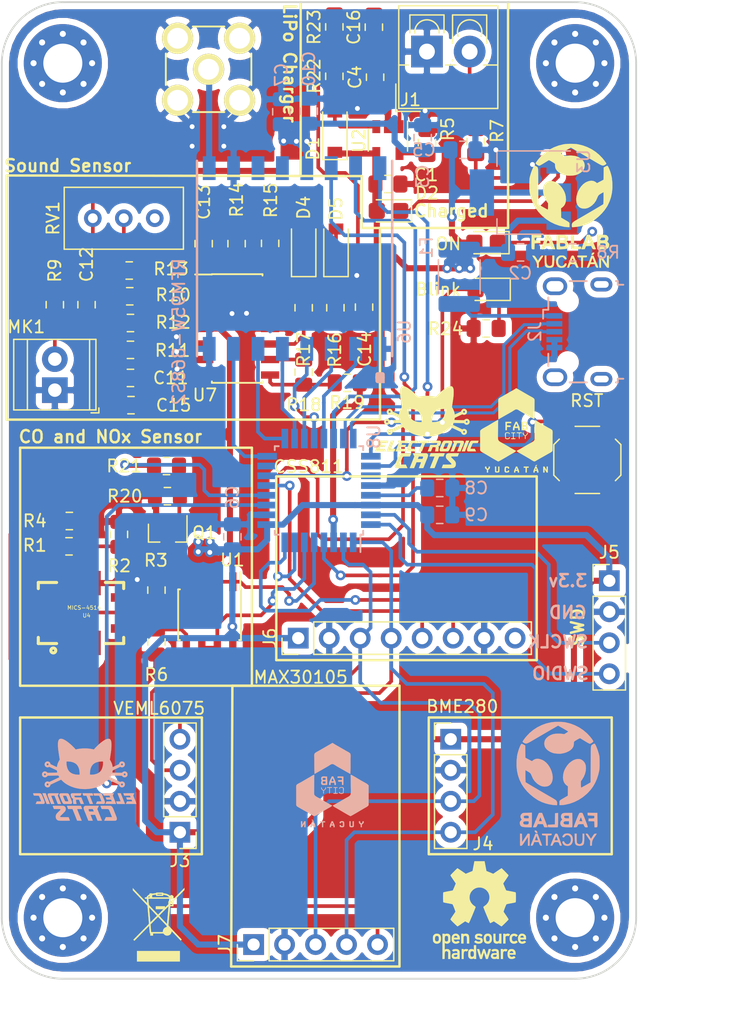
<source format=kicad_pcb>
(kicad_pcb (version 20171130) (host pcbnew "(5.1.0)-1")
  (title_block (title "Smart Citizen") (date 2019-02-18) (rev 0.1v) (company "Electronic Cats") (comment 1 "Eduardo Contreras"))
  (layers (0 F.Cu signal) (31 B.Cu signal) (34 B.Paste user) (35 F.Paste user) (36 B.SilkS user) (37 F.SilkS user) (38 B.Mask user) (39 F.Mask user) (44 Edge.Cuts user))
  (net 0 "")
  (net 1 "Net-(AE1-Pad1)")
  (net 2 GND)
  (net 3 VCC)
  (net 4 +3V3)
  (net 5 /BATT)
  (net 6 "Net-(C8-Pad1)")
  (net 7 "Net-(C12-Pad1)")
  (net 8 "Net-(C12-Pad2)")
  (net 9 "Net-(C13-Pad2)")
  (net 10 "Net-(C13-Pad1)")
  (net 11 "Net-(C14-Pad2)")
  (net 12 /BATTLEVEL)
  (net 13 "Net-(D2-Pad1)")
  (net 14 "Net-(D3-Pad1)")
  (net 15 "Net-(D4-Pad1)")
  (net 16 "Net-(D4-Pad2)")
  (net 17 "Net-(D5-Pad1)")
  (net 18 "Net-(F1-Pad1)")
  (net 19 /D-)
  (net 20 /D+)
  (net 21 /SCL)
  (net 22 /SDA)
  (net 23 /SWDIO)
  (net 24 /SWCLK)
  (net 25 /WAKE)
  (net 26 /INTCSS)
  (net 27 "Net-(J6-Pad8)")
  (net 28 /INT)
  (net 29 "Net-(Q1-Pad1)")
  (net 30 "Net-(Q1-Pad3)")
  (net 31 "Net-(R1-Pad1)")
  (net 32 /NO2)
  (net 33 "Net-(R4-Pad1)")
  (net 34 "Net-(R5-Pad1)")
  (net 35 /CO2)
  (net 36 "Net-(R7-Pad1)")
  (net 37 "Net-(R10-Pad1)")
  (net 38 "Net-(R11-Pad2)")
  (net 39 "Net-(R18-Pad1)")
  (net 40 "Net-(R18-Pad2)")
  (net 41 /PRE_HEALTING)
  (net 42 "Net-(RV1-Pad1)")
  (net 43 "Net-(SW1-Pad2)")
  (net 44 /ADC_OX)
  (net 45 /ADC_RED)
  (net 46 /MISO)
  (net 47 /MOSI)
  (net 48 /SCK)
  (net 49 /SS)
  (net 50 /RFM_RST)
  (net 51 /DIO5)
  (net 52 "Net-(U6-Pad11)")
  (net 53 "Net-(U6-Pad12)")
  (net 54 /DIO0)
  (net 55 /DIO1)
  (net 56 /DIO2)
  (net 57 "Net-(U8-Pad15)")
  (net 58 "Net-(U8-Pad27)")
  (net 59 "Net-(D6-Pad1)")
  (net 60 /LED_BUILTIN)
  (net 61 /ENVOL)
  (module Fuse:Fuse_1812_4532Metric_Pad1.30x3.40mm_HandSolder (layer B.Cu) (at 161.5 62.5 90)
    (fp_text reference F1 (at 2.4 -2.7 90) (layer B.SilkS) (effects (justify mirror)))
    (fp_text value Fuse)
    (pad 1 smd roundrect (at -2.225 0 90) (size 1.3 3.4) (layers B.Cu B.Paste B.Mask) (roundrect_rratio 0.192308) (net 18 "Net-(F1-Pad1)"))
    (pad 2 smd roundrect (at 2.225 0 90) (size 1.3 3.4) (layers B.Cu B.Paste B.Mask) (roundrect_rratio 0.192308) (net 3 VCC))
  )
  (module Resistor_SMD:R_0805_2012Metric_Pad1.15x1.40mm_HandSolder (layer B.Cu) (at 170.8 60.5 180)
    (fp_text reference R8 (at -2.9 0 180) (layer B.SilkS) (effects (justify mirror)))
    (fp_text value 330)
    (pad 2 smd roundrect (at 1.025 0 180) (size 1.15 1.4) (layers B.Cu B.Paste B.Mask) (roundrect_rratio 0.217391) (net 2 GND))
    (pad 1 smd roundrect (at -1.025 0 180) (size 1.15 1.4) (layers B.Cu B.Paste B.Mask) (roundrect_rratio 0.217391) (net 14 "Net-(D3-Pad1)"))
  )
  (module Button_Switch_SMD:SW_SPST_TL3342 (layer F.Cu) (at 172 77.5 270)
    (fp_text reference SW1)
    (fp_text value RST (at -4.85 0.05) (layer F.SilkS))
    (pad 1 smd rect (at -3.15 -1.9 270) (size 1.7 1) (layers F.Cu F.Paste F.Mask) (net 2 GND))
    (pad 1 smd rect (at 3.15 -1.9 270) (size 1.7 1) (layers F.Cu F.Paste F.Mask) (net 2 GND))
    (pad 2 smd rect (at -3.15 1.9 270) (size 1.7 1) (layers F.Cu F.Paste F.Mask) (net 43 "Net-(SW1-Pad2)"))
    (pad 2 smd rect (at 3.15 1.9 270) (size 1.7 1) (layers F.Cu F.Paste F.Mask) (net 43 "Net-(SW1-Pad2)"))
  )
  (module Rf:AMPHENOL_901-144 (layer F.Cu) (at 140.95 45.5 180)
    (fp_text reference AE1)
    (fp_text value Antenna_Shield)
    (pad 1 thru_hole circle (at 0 0 180) (size 2.5527 2.5527) (drill 1.7018) (layers *.Cu *.Mask F.SilkS) (net 1 "Net-(AE1-Pad1)"))
    (pad 2 thru_hole circle (at -2.54 -2.54 180) (size 2.5527 2.5527) (drill 1.7018) (layers *.Cu *.Mask F.SilkS) (net 2 GND))
    (pad 2 thru_hole circle (at -2.54 2.54 180) (size 2.5527 2.5527) (drill 1.7018) (layers *.Cu *.Mask F.SilkS) (net 2 GND))
    (pad 2 thru_hole circle (at 2.54 2.54 180) (size 2.5527 2.5527) (drill 1.7018) (layers *.Cu *.Mask F.SilkS) (net 2 GND))
    (pad 2 thru_hole circle (at 2.54 -2.54 180) (size 2.5527 2.5527) (drill 1.7018) (layers *.Cu *.Mask F.SilkS) (net 2 GND))
  )
  (module Package_TO_SOT_SMD:SOT-23-5 (layer F.Cu) (at 155.65 51.3 270)
    (fp_text reference U2 (at 0.05 2.375 270) (layer F.SilkS))
    (fp_text value MCP73831)
    (pad 5 smd rect (at 1.1 -0.95 270) (size 1.06 0.65) (layers F.Cu F.Paste F.Mask) (net 34 "Net-(R5-Pad1)"))
    (pad 4 smd rect (at 1.1 0.95 270) (size 1.06 0.65) (layers F.Cu F.Paste F.Mask) (net 3 VCC))
    (pad 3 smd rect (at -1.1 0.95 270) (size 1.06 0.65) (layers F.Cu F.Paste F.Mask) (net 5 /BATT))
    (pad 2 smd rect (at -1.1 0 270) (size 1.06 0.65) (layers F.Cu F.Paste F.Mask) (net 2 GND))
    (pad 1 smd rect (at -1.1 -0.95 270) (size 1.06 0.65) (layers F.Cu F.Paste F.Mask) (net 36 "Net-(R7-Pad1)"))
  )
  (module Package_QFP:TQFP-32_7x7mm_P0.8mm (layer B.Cu) (at 150 80 90)
    (fp_text reference U8 (at 4.4 4.5 90) (layer B.SilkS) (effects (justify mirror)))
    (fp_text value ATSAMD21E18A-MU)
    (pad 1 smd rect (at -4.25 2.8 90) (size 1.6 0.55) (layers B.Cu B.Paste B.Mask) (net 22 /SDA))
    (pad 2 smd rect (at -4.25 2 90) (size 1.6 0.55) (layers B.Cu B.Paste B.Mask) (net 21 /SCL))
    (pad 3 smd rect (at -4.25 1.2 90) (size 1.6 0.55) (layers B.Cu B.Paste B.Mask) (net 61 /ENVOL))
    (pad 4 smd rect (at -4.25 0.4 90) (size 1.6 0.55) (layers B.Cu B.Paste B.Mask) (net 54 /DIO0))
    (pad 5 smd rect (at -4.25 -0.4 90) (size 1.6 0.55) (layers B.Cu B.Paste B.Mask) (net 44 /ADC_OX))
    (pad 6 smd rect (at -4.25 -1.2 90) (size 1.6 0.55) (layers B.Cu B.Paste B.Mask) (net 45 /ADC_RED))
    (pad 7 smd rect (at -4.25 -2 90) (size 1.6 0.55) (layers B.Cu B.Paste B.Mask) (net 12 /BATTLEVEL))
    (pad 8 smd rect (at -4.25 -2.8 90) (size 1.6 0.55) (layers B.Cu B.Paste B.Mask) (net 26 /INTCSS))
    (pad 9 smd rect (at -2.8 -4.25) (size 1.6 0.55) (layers B.Cu B.Paste B.Mask) (net 4 +3V3))
    (pad 10 smd rect (at -2 -4.25) (size 1.6 0.55) (layers B.Cu B.Paste B.Mask) (net 2 GND))
    (pad 11 smd rect (at -1.2 -4.25) (size 1.6 0.55) (layers B.Cu B.Paste B.Mask) (net 28 /INT))
    (pad 12 smd rect (at -0.4 -4.25) (size 1.6 0.55) (layers B.Cu B.Paste B.Mask) (net 41 /PRE_HEALTING))
    (pad 13 smd rect (at 0.4 -4.25) (size 1.6 0.55) (layers B.Cu B.Paste B.Mask) (net 25 /WAKE))
    (pad 14 smd rect (at 1.2 -4.25) (size 1.6 0.55) (layers B.Cu B.Paste B.Mask) (net 60 /LED_BUILTIN))
    (pad 15 smd rect (at 2 -4.25) (size 1.6 0.55) (layers B.Cu B.Paste B.Mask) (net 57 "Net-(U8-Pad15)"))
    (pad 16 smd rect (at 2.8 -4.25) (size 1.6 0.55) (layers B.Cu B.Paste B.Mask) (net 51 /DIO5))
    (pad 17 smd rect (at 4.25 -2.8 90) (size 1.6 0.55) (layers B.Cu B.Paste B.Mask) (net 50 /RFM_RST))
    (pad 18 smd rect (at 4.25 -2 90) (size 1.6 0.55) (layers B.Cu B.Paste B.Mask) (net 49 /SS))
    (pad 19 smd rect (at 4.25 -1.2 90) (size 1.6 0.55) (layers B.Cu B.Paste B.Mask) (net 47 /MOSI))
    (pad 20 smd rect (at 4.25 -0.4 90) (size 1.6 0.55) (layers B.Cu B.Paste B.Mask) (net 48 /SCK))
    (pad 21 smd rect (at 4.25 0.4 90) (size 1.6 0.55) (layers B.Cu B.Paste B.Mask) (net 46 /MISO))
    (pad 22 smd rect (at 4.25 1.2 90) (size 1.6 0.55) (layers B.Cu B.Paste B.Mask) (net 55 /DIO1))
    (pad 23 smd rect (at 4.25 2 90) (size 1.6 0.55) (layers B.Cu B.Paste B.Mask) (net 19 /D-))
    (pad 24 smd rect (at 4.25 2.8 90) (size 1.6 0.55) (layers B.Cu B.Paste B.Mask) (net 20 /D+))
    (pad 25 smd rect (at 2.8 4.25) (size 1.6 0.55) (layers B.Cu B.Paste B.Mask) (net 56 /DIO2))
    (pad 26 smd rect (at 2 4.25) (size 1.6 0.55) (layers B.Cu B.Paste B.Mask) (net 43 "Net-(SW1-Pad2)"))
    (pad 27 smd rect (at 1.2 4.25) (size 1.6 0.55) (layers B.Cu B.Paste B.Mask) (net 58 "Net-(U8-Pad27)"))
    (pad 28 smd rect (at 0.4 4.25) (size 1.6 0.55) (layers B.Cu B.Paste B.Mask) (net 2 GND))
    (pad 29 smd rect (at -0.4 4.25) (size 1.6 0.55) (layers B.Cu B.Paste B.Mask) (net 6 "Net-(C8-Pad1)"))
    (pad 30 smd rect (at -1.2 4.25) (size 1.6 0.55) (layers B.Cu B.Paste B.Mask) (net 4 +3V3))
    (pad 31 smd rect (at -2 4.25) (size 1.6 0.55) (layers B.Cu B.Paste B.Mask) (net 24 /SWCLK))
    (pad 32 smd rect (at -2.8 4.25) (size 1.6 0.55) (layers B.Cu B.Paste B.Mask) (net 23 /SWDIO))
  )
  (module MountingHole:MountingHole_3.2mm_M3_Pad_Via (layer F.Cu) (at 171 115)
    (fp_text reference REF**)
    (fp_text value MountingHole_3.2mm_M3_Pad_Via)
    (pad 1 thru_hole circle (at 0 0) (size 6.4 6.4) (drill 3.2) (layers *.Cu *.Mask))
    (pad 1 thru_hole circle (at 2.4 0) (size 0.8 0.8) (drill 0.5) (layers *.Cu *.Mask))
    (pad 1 thru_hole circle (at 1.697056 1.697056) (size 0.8 0.8) (drill 0.5) (layers *.Cu *.Mask))
    (pad 1 thru_hole circle (at 0 2.4) (size 0.8 0.8) (drill 0.5) (layers *.Cu *.Mask))
    (pad 1 thru_hole circle (at -1.697056 1.697056) (size 0.8 0.8) (drill 0.5) (layers *.Cu *.Mask))
    (pad 1 thru_hole circle (at -2.4 0) (size 0.8 0.8) (drill 0.5) (layers *.Cu *.Mask))
    (pad 1 thru_hole circle (at -1.697056 -1.697056) (size 0.8 0.8) (drill 0.5) (layers *.Cu *.Mask))
    (pad 1 thru_hole circle (at 0 -2.4) (size 0.8 0.8) (drill 0.5) (layers *.Cu *.Mask))
    (pad 1 thru_hole circle (at 1.697056 -1.697056) (size 0.8 0.8) (drill 0.5) (layers *.Cu *.Mask))
  )
  (module MountingHole:MountingHole_3.2mm_M3_Pad_Via (layer F.Cu) (at 129 115)
    (fp_text reference REF**)
    (fp_text value MountingHole_3.2mm_M3_Pad_Via)
    (pad 1 thru_hole circle (at 1.697056 -1.697056) (size 0.8 0.8) (drill 0.5) (layers *.Cu *.Mask))
    (pad 1 thru_hole circle (at 0 -2.4) (size 0.8 0.8) (drill 0.5) (layers *.Cu *.Mask))
    (pad 1 thru_hole circle (at -1.697056 -1.697056) (size 0.8 0.8) (drill 0.5) (layers *.Cu *.Mask))
    (pad 1 thru_hole circle (at -2.4 0) (size 0.8 0.8) (drill 0.5) (layers *.Cu *.Mask))
    (pad 1 thru_hole circle (at -1.697056 1.697056) (size 0.8 0.8) (drill 0.5) (layers *.Cu *.Mask))
    (pad 1 thru_hole circle (at 0 2.4) (size 0.8 0.8) (drill 0.5) (layers *.Cu *.Mask))
    (pad 1 thru_hole circle (at 1.697056 1.697056) (size 0.8 0.8) (drill 0.5) (layers *.Cu *.Mask))
    (pad 1 thru_hole circle (at 2.4 0) (size 0.8 0.8) (drill 0.5) (layers *.Cu *.Mask))
    (pad 1 thru_hole circle (at 0 0) (size 6.4 6.4) (drill 3.2) (layers *.Cu *.Mask))
  )
  (module MountingHole:MountingHole_3.2mm_M3_Pad_Via (layer F.Cu) (at 129 45)
    (fp_text reference REF**)
    (fp_text value MountingHole_3.2mm_M3_Pad_Via)
    (pad 1 thru_hole circle (at 0 0) (size 6.4 6.4) (drill 3.2) (layers *.Cu *.Mask))
    (pad 1 thru_hole circle (at 2.4 0) (size 0.8 0.8) (drill 0.5) (layers *.Cu *.Mask))
    (pad 1 thru_hole circle (at 1.697056 1.697056) (size 0.8 0.8) (drill 0.5) (layers *.Cu *.Mask))
    (pad 1 thru_hole circle (at 0 2.4) (size 0.8 0.8) (drill 0.5) (layers *.Cu *.Mask))
    (pad 1 thru_hole circle (at -1.697056 1.697056) (size 0.8 0.8) (drill 0.5) (layers *.Cu *.Mask))
    (pad 1 thru_hole circle (at -2.4 0) (size 0.8 0.8) (drill 0.5) (layers *.Cu *.Mask))
    (pad 1 thru_hole circle (at -1.697056 -1.697056) (size 0.8 0.8) (drill 0.5) (layers *.Cu *.Mask))
    (pad 1 thru_hole circle (at 0 -2.4) (size 0.8 0.8) (drill 0.5) (layers *.Cu *.Mask))
    (pad 1 thru_hole circle (at 1.697056 -1.697056) (size 0.8 0.8) (drill 0.5) (layers *.Cu *.Mask))
  )
  (module Capacitor_SMD:C_0805_2012Metric_Pad1.15x1.40mm_HandSolder (layer B.Cu) (at 149.164126 48.931714 90)
    (fp_text reference C10 (at 3.475 0 90) (layer B.SilkS) (effects (justify mirror)))
    (fp_text value 1uf)
    (pad 1 smd roundrect (at -1.025 0 90) (size 1.15 1.4) (layers B.Cu B.Paste B.Mask) (roundrect_rratio 0.217391) (net 4 +3V3))
    (pad 2 smd roundrect (at 1.025 0 90) (size 1.15 1.4) (layers B.Cu B.Paste B.Mask) (roundrect_rratio 0.217391) (net 2 GND))
  )
  (module Capacitor_SMD:C_0805_2012Metric_Pad1.15x1.40mm_HandSolder (layer F.Cu) (at 155.65 54.9)
    (fp_text reference C1 (at 3.15 -0.75 180) (layer F.SilkS))
    (fp_text value 10uf)
    (pad 1 smd roundrect (at -1.025 0) (size 1.15 1.4) (layers F.Cu F.Paste F.Mask) (roundrect_rratio 0.217391) (net 3 VCC))
    (pad 2 smd roundrect (at 1.025 0) (size 1.15 1.4) (layers F.Cu F.Paste F.Mask) (roundrect_rratio 0.217391) (net 2 GND))
  )
  (module Capacitor_SMD:C_0805_2012Metric_Pad1.15x1.40mm_HandSolder (layer B.Cu) (at 166.525 60.5)
    (fp_text reference C2 (at -0.025 1.7) (layer B.SilkS) (effects (justify mirror)))
    (fp_text value 10uf)
    (pad 1 smd roundrect (at -1.025 0) (size 1.15 1.4) (layers B.Cu B.Paste B.Mask) (roundrect_rratio 0.217391) (net 3 VCC))
    (pad 2 smd roundrect (at 1.025 0) (size 1.15 1.4) (layers B.Cu B.Paste B.Mask) (roundrect_rratio 0.217391) (net 2 GND))
  )
  (module Capacitor_SMD:C_0805_2012Metric_Pad1.15x1.40mm_HandSolder (layer B.Cu) (at 158.5 51.1 90)
    (fp_text reference C3 (at -3.175 0 90) (layer B.SilkS) (effects (justify mirror)))
    (fp_text value 0.1uf)
    (pad 2 smd roundrect (at 1.025 0 90) (size 1.15 1.4) (layers B.Cu B.Paste B.Mask) (roundrect_rratio 0.217391) (net 2 GND))
    (pad 1 smd roundrect (at -1.025 0 90) (size 1.15 1.4) (layers B.Cu B.Paste B.Mask) (roundrect_rratio 0.217391) (net 4 +3V3))
  )
  (module Capacitor_SMD:C_0805_2012Metric_Pad1.15x1.40mm_HandSolder (layer F.Cu) (at 154.6 46.15 90)
    (fp_text reference C4 (at 0 -1.65 90) (layer F.SilkS))
    (fp_text value 10uf)
    (pad 2 smd roundrect (at 1.025 0 90) (size 1.15 1.4) (layers F.Cu F.Paste F.Mask) (roundrect_rratio 0.217391) (net 2 GND))
    (pad 1 smd roundrect (at -1.025 0 90) (size 1.15 1.4) (layers F.Cu F.Paste F.Mask) (roundrect_rratio 0.217391) (net 5 /BATT))
  )
  (module Capacitor_SMD:C_0805_2012Metric_Pad1.15x1.40mm_HandSolder (layer B.Cu) (at 161.8 52.1)
    (fp_text reference C5 (at -3.2 0) (layer B.SilkS) (effects (justify mirror)))
    (fp_text value 10uf)
    (pad 1 smd roundrect (at -1.025 0) (size 1.15 1.4) (layers B.Cu B.Paste B.Mask) (roundrect_rratio 0.217391) (net 4 +3V3))
    (pad 2 smd roundrect (at 1.025 0) (size 1.15 1.4) (layers B.Cu B.Paste B.Mask) (roundrect_rratio 0.217391) (net 2 GND))
  )
  (module Capacitor_SMD:C_0805_2012Metric_Pad1.15x1.40mm_HandSolder (layer B.Cu) (at 142.9 83.8 90)
    (fp_text reference C6 (at 3.225 0 90) (layer B.SilkS) (effects (justify mirror)))
    (fp_text value 0.1uf)
    (pad 2 smd roundrect (at 1.025 0 90) (size 1.15 1.4) (layers B.Cu B.Paste B.Mask) (roundrect_rratio 0.217391) (net 2 GND))
    (pad 1 smd roundrect (at -1.025 0 90) (size 1.15 1.4) (layers B.Cu B.Paste B.Mask) (roundrect_rratio 0.217391) (net 4 +3V3))
  )
  (module Capacitor_SMD:C_0805_2012Metric_Pad1.15x1.40mm_HandSolder (layer B.Cu) (at 146.914126 48.981714 90)
    (fp_text reference C7 (at 3.025 0 90) (layer B.SilkS) (effects (justify mirror)))
    (fp_text value 0.1uf)
    (pad 2 smd roundrect (at 1.025 0 90) (size 1.15 1.4) (layers B.Cu B.Paste B.Mask) (roundrect_rratio 0.217391) (net 2 GND))
    (pad 1 smd roundrect (at -1.025 0 90) (size 1.15 1.4) (layers B.Cu B.Paste B.Mask) (roundrect_rratio 0.217391) (net 4 +3V3))
  )
  (module Capacitor_SMD:C_0805_2012Metric_Pad1.15x1.40mm_HandSolder (layer B.Cu) (at 159.9 79.8)
    (fp_text reference C8 (at 3 0) (layer B.SilkS) (effects (justify mirror)))
    (fp_text value 1uf)
    (pad 1 smd roundrect (at -1.025 0) (size 1.15 1.4) (layers B.Cu B.Paste B.Mask) (roundrect_rratio 0.217391) (net 6 "Net-(C8-Pad1)"))
    (pad 2 smd roundrect (at 1.025 0) (size 1.15 1.4) (layers B.Cu B.Paste B.Mask) (roundrect_rratio 0.217391) (net 2 GND))
  )
  (module Capacitor_SMD:C_0805_2012Metric_Pad1.15x1.40mm_HandSolder (layer B.Cu) (at 159.9 82)
    (fp_text reference C9 (at 3 0) (layer B.SilkS) (effects (justify mirror)))
    (fp_text value 0.1uf)
    (pad 2 smd roundrect (at 1.025 0) (size 1.15 1.4) (layers B.Cu B.Paste B.Mask) (roundrect_rratio 0.217391) (net 2 GND))
    (pad 1 smd roundrect (at -1.025 0) (size 1.15 1.4) (layers B.Cu B.Paste B.Mask) (roundrect_rratio 0.217391) (net 4 +3V3))
  )
  (module Capacitor_SMD:C_0805_2012Metric_Pad1.15x1.40mm_HandSolder (layer F.Cu) (at 134.545 70.785)
    (fp_text reference C11 (at 3.3 0) (layer F.SilkS))
    (fp_text value 1uf)
    (pad 1 smd roundrect (at -1.025 0) (size 1.15 1.4) (layers F.Cu F.Paste F.Mask) (roundrect_rratio 0.217391) (net 4 +3V3))
    (pad 2 smd roundrect (at 1.025 0) (size 1.15 1.4) (layers F.Cu F.Paste F.Mask) (roundrect_rratio 0.217391) (net 2 GND))
  )
  (module Capacitor_SMD:C_0805_2012Metric_Pad1.15x1.40mm_HandSolder (layer F.Cu) (at 130.945 64.785 90)
    (fp_text reference C12 (at 3.3 0 90) (layer F.SilkS))
    (fp_text value 10uF)
    (pad 1 smd roundrect (at -1.025 0 90) (size 1.15 1.4) (layers F.Cu F.Paste F.Mask) (roundrect_rratio 0.217391) (net 7 "Net-(C12-Pad1)"))
    (pad 2 smd roundrect (at 1.025 0 90) (size 1.15 1.4) (layers F.Cu F.Paste F.Mask) (roundrect_rratio 0.217391) (net 8 "Net-(C12-Pad2)"))
  )
  (module Capacitor_SMD:C_0805_2012Metric_Pad1.15x1.40mm_HandSolder (layer F.Cu) (at 140.545 59.785 90)
    (fp_text reference C13 (at 3.4 0 90) (layer F.SilkS))
    (fp_text value 1uF)
    (pad 1 smd roundrect (at -1.025 0 90) (size 1.15 1.4) (layers F.Cu F.Paste F.Mask) (roundrect_rratio 0.217391) (net 10 "Net-(C13-Pad1)"))
    (pad 2 smd roundrect (at 1.025 0 90) (size 1.15 1.4) (layers F.Cu F.Paste F.Mask) (roundrect_rratio 0.217391) (net 9 "Net-(C13-Pad2)"))
  )
  (module Capacitor_SMD:C_0805_2012Metric_Pad1.15x1.40mm_HandSolder (layer F.Cu) (at 153.695 64.985 270)
    (fp_text reference C14 (at 3.45 -0.05 270) (layer F.SilkS))
    (fp_text value 10uF)
    (pad 2 smd roundrect (at 1.025 0 270) (size 1.15 1.4) (layers F.Cu F.Paste F.Mask) (roundrect_rratio 0.217391) (net 11 "Net-(C14-Pad2)"))
    (pad 1 smd roundrect (at -1.025 0 270) (size 1.15 1.4) (layers F.Cu F.Paste F.Mask) (roundrect_rratio 0.217391) (net 2 GND))
  )
  (module Capacitor_SMD:C_0805_2012Metric_Pad1.15x1.40mm_HandSolder (layer F.Cu) (at 134.59 73.015)
    (fp_text reference C15 (at 3.49 0.01) (layer F.SilkS))
    (fp_text value 0.1uf)
    (pad 2 smd roundrect (at 1.025 0) (size 1.15 1.4) (layers F.Cu F.Paste F.Mask) (roundrect_rratio 0.217391) (net 2 GND))
    (pad 1 smd roundrect (at -1.025 0) (size 1.15 1.4) (layers F.Cu F.Paste F.Mask) (roundrect_rratio 0.217391) (net 4 +3V3))
  )
  (module Capacitor_SMD:C_0805_2012Metric_Pad1.15x1.40mm_HandSolder (layer F.Cu) (at 154.5 42.05 90)
    (fp_text reference C16 (at 0 -1.65 90) (layer F.SilkS))
    (fp_text value 0.1uf)
    (pad 1 smd roundrect (at -1.025 0 90) (size 1.15 1.4) (layers F.Cu F.Paste F.Mask) (roundrect_rratio 0.217391) (net 12 /BATTLEVEL))
    (pad 2 smd roundrect (at 1.025 0 90) (size 1.15 1.4) (layers F.Cu F.Paste F.Mask) (roundrect_rratio 0.217391) (net 2 GND))
  )
  (module Diode_SMD:D_SOD-123 (layer F.Cu) (at 151.3 50.65 90)
    (fp_text reference D1 (at -1.35 -1.8 270) (layer F.SilkS))
    (fp_text value D_Schottky)
    (pad 2 smd rect (at 1.65 0 90) (size 0.9 1.2) (layers F.Cu F.Paste F.Mask) (net 5 /BATT))
    (pad 1 smd rect (at -1.65 0 90) (size 0.9 1.2) (layers F.Cu F.Paste F.Mask) (net 3 VCC))
  )
  (module LED_SMD:LED_0805_2012Metric_Castellated (layer F.Cu) (at 155.7 57.1 180)
    (fp_text reference D2 (at -3.15 1.45 180) (layer F.SilkS))
    (fp_text value CHARGE)
    (pad 1 smd roundrect (at -0.9625 0 180) (size 1.325 1.3) (layers F.Cu F.Paste F.Mask) (roundrect_rratio 0.192308) (net 13 "Net-(D2-Pad1)"))
    (pad 2 smd roundrect (at 0.9625 0 180) (size 1.325 1.3) (layers F.Cu F.Paste F.Mask) (roundrect_rratio 0.192308) (net 3 VCC))
  )
  (module LED_SMD:LED_0805_2012Metric_Castellated (layer F.Cu) (at 163.7 59.7 180)
    (fp_text reference D3)
    (fp_text value ON (at 3.1 -0.1 180) (layer F.SilkS))
    (pad 2 smd roundrect (at 0.9625 0 180) (size 1.325 1.3) (layers F.Cu F.Paste F.Mask) (roundrect_rratio 0.192308) (net 4 +3V3))
    (pad 1 smd roundrect (at -0.9625 0 180) (size 1.325 1.3) (layers F.Cu F.Paste F.Mask) (roundrect_rratio 0.192308) (net 14 "Net-(D3-Pad1)"))
  )
  (module Diode_SMD:D_SOD-123 (layer F.Cu) (at 148.745 60.235 90)
    (fp_text reference D4 (at 3.4 0 90) (layer F.SilkS))
    (fp_text value RB751S40T1G)
    (pad 2 smd rect (at 1.65 0 90) (size 0.9 1.2) (layers F.Cu F.Paste F.Mask) (net 16 "Net-(D4-Pad2)"))
    (pad 1 smd rect (at -1.65 0 90) (size 0.9 1.2) (layers F.Cu F.Paste F.Mask) (net 15 "Net-(D4-Pad1)"))
  )
  (module Diode_SMD:D_SOD-123 (layer F.Cu) (at 151.395 60.235 90)
    (fp_text reference D5 (at 3.3 0 90) (layer F.SilkS))
    (fp_text value RB751S40T1G)
    (pad 1 smd rect (at -1.65 0 90) (size 0.9 1.2) (layers F.Cu F.Paste F.Mask) (net 17 "Net-(D5-Pad1)"))
    (pad 2 smd rect (at 1.65 0 90) (size 0.9 1.2) (layers F.Cu F.Paste F.Mask) (net 15 "Net-(D4-Pad1)"))
  )
  (module TerminalBlock_4Ucon:TerminalBlock_4Ucon_1x02_P3.50mm_Vertical (layer F.Cu) (at 158.85 44.05)
    (fp_text reference J1 (at -1.35 3.95) (layer F.SilkS))
    (fp_text value BATT)
    (pad 2 thru_hole circle (at 3.5 0) (size 2.6 2.6) (drill 1.3) (layers *.Cu *.Mask) (net 5 /BATT))
    (pad 1 thru_hole rect (at 0 0) (size 2.6 2.6) (drill 1.3) (layers *.Cu *.Mask) (net 2 GND))
  )
  (module Connector_USB:USB_Micro-B_Wuerth_629105150521 (layer B.Cu) (at 171.2 67 270)
    (fp_text reference J2 (at 0 3.5 270) (layer B.SilkS) (effects (justify mirror)))
    (fp_text value USB_B_Micro)
    (pad 1 smd rect (at -1.3 1.9 270) (size 0.45 1.3) (layers B.Cu B.Paste B.Mask) (net 18 "Net-(F1-Pad1)"))
    (pad 2 smd rect (at -0.65 1.9 270) (size 0.45 1.3) (layers B.Cu B.Paste B.Mask) (net 19 /D-))
    (pad 3 smd rect (at 0 1.9 270) (size 0.45 1.3) (layers B.Cu B.Paste B.Mask) (net 20 /D+))
    (pad 4 smd rect (at 0.65 1.9 270) (size 0.45 1.3) (layers B.Cu B.Paste B.Mask) (net 2 GND))
    (pad 5 smd rect (at 1.3 1.9 270) (size 0.45 1.3) (layers B.Cu B.Paste B.Mask) (net 2 GND))
    (pad 6 thru_hole oval (at -3.725 1.85 270) (size 1.45 2) (drill oval 0.85 1.4) (layers *.Cu *.Mask))
    (pad 6 thru_hole oval (at 3.725 1.85 270) (size 1.45 2) (drill oval 0.85 1.4) (layers *.Cu *.Mask))
    (pad 6 thru_hole oval (at -3.875 -1.95 270) (size 1.15 1.8) (drill oval 0.55 1.2) (layers *.Cu *.Mask))
    (pad 6 thru_hole oval (at 3.875 -1.95 270) (size 1.15 1.8) (drill oval 0.55 1.2) (layers *.Cu *.Mask))
    (pad "" np_thru_hole oval (at -2.5 0.8 270) (size 0.8 0.8) (drill 0.8) (layers *.Cu *.Mask))
    (pad "" np_thru_hole oval (at 2.5 0.8 270) (size 0.8 0.8) (drill 0.8) (layers *.Cu *.Mask))
  )
  (module Connector_PinHeader_2.54mm:PinHeader_1x04_P2.54mm_Vertical (layer F.Cu) (at 138.6 108 180)
    (fp_text reference J3 (at 0 -2.33 180) (layer F.SilkS))
    (fp_text value VEML6075 (at 1.7 10.15) (layer F.SilkS))
    (pad 1 thru_hole rect (at 0 0 180) (size 1.7 1.7) (drill 1) (layers *.Cu *.Mask) (net 4 +3V3))
    (pad 2 thru_hole oval (at 0 2.54 180) (size 1.7 1.7) (drill 1) (layers *.Cu *.Mask) (net 2 GND))
    (pad 3 thru_hole oval (at 0 5.08 180) (size 1.7 1.7) (drill 1) (layers *.Cu *.Mask) (net 21 /SCL))
    (pad 4 thru_hole oval (at 0 7.62 180) (size 1.7 1.7) (drill 1) (layers *.Cu *.Mask) (net 22 /SDA))
  )
  (module Connector_PinHeader_2.54mm:PinHeader_1x04_P2.54mm_Vertical (layer F.Cu) (at 160.8 100.38)
    (fp_text reference J4 (at 2.65 8.57) (layer F.SilkS))
    (fp_text value BME280 (at 0.95 -2.68 180) (layer F.SilkS))
    (pad 1 thru_hole rect (at 0 0) (size 1.7 1.7) (drill 1) (layers *.Cu *.Mask) (net 4 +3V3))
    (pad 2 thru_hole oval (at 0 2.54) (size 1.7 1.7) (drill 1) (layers *.Cu *.Mask) (net 2 GND))
    (pad 3 thru_hole oval (at 0 5.08) (size 1.7 1.7) (drill 1) (layers *.Cu *.Mask) (net 21 /SCL))
    (pad 4 thru_hole oval (at 0 7.62) (size 1.7 1.7) (drill 1) (layers *.Cu *.Mask) (net 22 /SDA))
  )
  (module Connector_PinHeader_2.54mm:PinHeader_1x04_P2.54mm_Vertical (layer F.Cu) (at 173.8 87.4)
    (fp_text reference J5 (at 0 -2.33) (layer F.SilkS))
    (fp_text value PROG)
    (pad 1 thru_hole rect (at 0 0) (size 1.7 1.7) (drill 1) (layers *.Cu *.Mask) (net 4 +3V3))
    (pad 2 thru_hole oval (at 0 2.54) (size 1.7 1.7) (drill 1) (layers *.Cu *.Mask) (net 2 GND))
    (pad 3 thru_hole oval (at 0 5.08) (size 1.7 1.7) (drill 1) (layers *.Cu *.Mask) (net 24 /SWCLK))
    (pad 4 thru_hole oval (at 0 7.62) (size 1.7 1.7) (drill 1) (layers *.Cu *.Mask) (net 23 /SWDIO))
  )
  (module Connector_PinHeader_2.54mm:PinHeader_1x08_P2.54mm_Vertical (layer F.Cu) (at 148.3 92.1 90)
    (fp_text reference J6 (at 0 -2.33 90) (layer F.SilkS))
    (fp_text value CSS811 (at 14.05 0.85 180) (layer F.SilkS))
    (pad 1 thru_hole rect (at 0 0 90) (size 1.7 1.7) (drill 1) (layers *.Cu *.Mask) (net 4 +3V3))
    (pad 2 thru_hole oval (at 0 2.54 90) (size 1.7 1.7) (drill 1) (layers *.Cu *.Mask) (net 2 GND))
    (pad 3 thru_hole oval (at 0 5.08 90) (size 1.7 1.7) (drill 1) (layers *.Cu *.Mask) (net 21 /SCL))
    (pad 4 thru_hole oval (at 0 7.62 90) (size 1.7 1.7) (drill 1) (layers *.Cu *.Mask) (net 22 /SDA))
    (pad 5 thru_hole oval (at 0 10.16 90) (size 1.7 1.7) (drill 1) (layers *.Cu *.Mask) (net 25 /WAKE))
    (pad 6 thru_hole oval (at 0 12.7 90) (size 1.7 1.7) (drill 1) (layers *.Cu *.Mask) (net 26 /INTCSS))
    (pad 7 thru_hole oval (at 0 15.24 90) (size 1.7 1.7) (drill 1) (layers *.Cu *.Mask) (net 2 GND))
    (pad 8 thru_hole oval (at 0 17.78 90) (size 1.7 1.7) (drill 1) (layers *.Cu *.Mask) (net 27 "Net-(J6-Pad8)"))
  )
  (module Connector_PinHeader_2.54mm:PinHeader_1x05_P2.54mm_Vertical (layer F.Cu) (at 144.64 117.2 90)
    (fp_text reference J7 (at 0 -2.33 90) (layer F.SilkS))
    (fp_text value MAX30105 (at 21.9 3.86 180) (layer F.SilkS))
    (pad 1 thru_hole rect (at 0 0 90) (size 1.7 1.7) (drill 1) (layers *.Cu *.Mask) (net 4 +3V3))
    (pad 2 thru_hole oval (at 0 2.54 90) (size 1.7 1.7) (drill 1) (layers *.Cu *.Mask) (net 2 GND))
    (pad 3 thru_hole oval (at 0 5.08 90) (size 1.7 1.7) (drill 1) (layers *.Cu *.Mask) (net 21 /SCL))
    (pad 4 thru_hole oval (at 0 7.62 90) (size 1.7 1.7) (drill 1) (layers *.Cu *.Mask) (net 22 /SDA))
    (pad 5 thru_hole oval (at 0 10.16 90) (size 1.7 1.7) (drill 1) (layers *.Cu *.Mask) (net 28 /INT))
  )
  (module TerminalBlock_TE-Connectivity:TerminalBlock_TE_282834-2_1x02_P2.54mm_Horizontal (layer F.Cu) (at 128.345 71.785 90)
    (fp_text reference MK1 (at 5.185 -2.345) (layer F.SilkS))
    (fp_text value Microphone)
    (pad 2 thru_hole circle (at 2.54 0 90) (size 2.1 2.1) (drill 1.1) (layers *.Cu *.Mask) (net 7 "Net-(C12-Pad1)"))
    (pad 1 thru_hole rect (at 0 0 90) (size 2.1 2.1) (drill 1.1) (layers *.Cu *.Mask) (net 2 GND))
  )
  (module Package_TO_SOT_SMD:SOT-23 (layer F.Cu) (at 137.6 83.47 270)
    (fp_text reference Q1 (at 0 -3) (layer F.SilkS))
    (fp_text value 2N7002)
    (pad 3 smd rect (at 1 0 270) (size 0.9 0.8) (layers F.Cu F.Paste F.Mask) (net 30 "Net-(Q1-Pad3)"))
    (pad 2 smd rect (at -1 0.95 270) (size 0.9 0.8) (layers F.Cu F.Paste F.Mask) (net 2 GND))
    (pad 1 smd rect (at -1 -0.95 270) (size 0.9 0.8) (layers F.Cu F.Paste F.Mask) (net 29 "Net-(Q1-Pad1)"))
  )
  (module Resistor_SMD:R_0805_2012Metric_Pad1.15x1.40mm_HandSolder (layer F.Cu) (at 129.51 84.58)
    (fp_text reference R1 (at -2.81 -0.08) (layer F.SilkS))
    (fp_text value 30)
    (pad 2 smd roundrect (at 1.025 0) (size 1.15 1.4) (layers F.Cu F.Paste F.Mask) (roundrect_rratio 0.217391) (net 30 "Net-(Q1-Pad3)"))
    (pad 1 smd roundrect (at -1.025 0) (size 1.15 1.4) (layers F.Cu F.Paste F.Mask) (roundrect_rratio 0.217391) (net 31 "Net-(R1-Pad1)"))
  )
  (module Resistor_SMD:R_0805_2012Metric_Pad1.15x1.40mm_HandSolder (layer F.Cu) (at 133.6 83.6 90)
    (fp_text reference R2 (at -2.58 0.01) (layer F.SilkS))
    (fp_text value 36)
    (pad 1 smd roundrect (at -1.025 0 90) (size 1.15 1.4) (layers F.Cu F.Paste F.Mask) (roundrect_rratio 0.217391) (net 30 "Net-(Q1-Pad3)"))
    (pad 2 smd roundrect (at 1.025 0 90) (size 1.15 1.4) (layers F.Cu F.Paste F.Mask) (roundrect_rratio 0.217391) (net 2 GND))
  )
  (module Resistor_SMD:R_0805_2012Metric_Pad1.15x1.40mm_HandSolder (layer F.Cu) (at 136.675 88.165 90)
    (fp_text reference R3 (at 2.435 -0.045) (layer F.SilkS))
    (fp_text value 269)
    (pad 2 smd roundrect (at 1.025 0 90) (size 1.15 1.4) (layers F.Cu F.Paste F.Mask) (roundrect_rratio 0.217391) (net 2 GND))
    (pad 1 smd roundrect (at -1.025 0 90) (size 1.15 1.4) (layers F.Cu F.Paste F.Mask) (roundrect_rratio 0.217391) (net 32 /NO2))
  )
  (module Resistor_SMD:R_0805_2012Metric_Pad1.15x1.40mm_HandSolder (layer F.Cu) (at 129.535 82.505)
    (fp_text reference R4 (at -2.835 -0.005) (layer F.SilkS))
    (fp_text value 30)
    (pad 1 smd roundrect (at -1.025 0) (size 1.15 1.4) (layers F.Cu F.Paste F.Mask) (roundrect_rratio 0.217391) (net 33 "Net-(R4-Pad1)"))
    (pad 2 smd roundrect (at 1.025 0) (size 1.15 1.4) (layers F.Cu F.Paste F.Mask) (roundrect_rratio 0.217391) (net 2 GND))
  )
  (module Resistor_SMD:R_0805_2012Metric_Pad1.15x1.40mm_HandSolder (layer F.Cu) (at 158.85 51.5 90)
    (fp_text reference R5 (at 1.1 1.7 90) (layer F.SilkS))
    (fp_text value 10k)
    (pad 1 smd roundrect (at -1.025 0 90) (size 1.15 1.4) (layers F.Cu F.Paste F.Mask) (roundrect_rratio 0.217391) (net 34 "Net-(R5-Pad1)"))
    (pad 2 smd roundrect (at 1.025 0 90) (size 1.15 1.4) (layers F.Cu F.Paste F.Mask) (roundrect_rratio 0.217391) (net 2 GND))
  )
  (module Resistor_SMD:R_0805_2012Metric_Pad1.15x1.40mm_HandSolder (layer F.Cu) (at 136.675 92.415 270)
    (fp_text reference R6 (at 2.675 0.005) (layer F.SilkS))
    (fp_text value 47k)
    (pad 2 smd roundrect (at 1.025 0 270) (size 1.15 1.4) (layers F.Cu F.Paste F.Mask) (roundrect_rratio 0.217391) (net 2 GND))
    (pad 1 smd roundrect (at -1.025 0 270) (size 1.15 1.4) (layers F.Cu F.Paste F.Mask) (roundrect_rratio 0.217391) (net 35 /CO2))
  )
  (module Resistor_SMD:R_0805_2012Metric_Pad1.15x1.40mm_HandSolder (layer F.Cu) (at 162.85 51.425 270)
    (fp_text reference R7 (at -0.875 -1.75 270) (layer F.SilkS))
    (fp_text value 1k)
    (pad 2 smd roundrect (at 1.025 0 270) (size 1.15 1.4) (layers F.Cu F.Paste F.Mask) (roundrect_rratio 0.217391) (net 13 "Net-(D2-Pad1)"))
    (pad 1 smd roundrect (at -1.025 0 270) (size 1.15 1.4) (layers F.Cu F.Paste F.Mask) (roundrect_rratio 0.217391) (net 36 "Net-(R7-Pad1)"))
  )
  (module Resistor_SMD:R_0805_2012Metric_Pad1.15x1.40mm_HandSolder (layer F.Cu) (at 128.345 64.785 270)
    (fp_text reference R9 (at -2.794 0 270) (layer F.SilkS))
    (fp_text value 2.2K)
    (pad 2 smd roundrect (at 1.025 0 270) (size 1.15 1.4) (layers F.Cu F.Paste F.Mask) (roundrect_rratio 0.217391) (net 7 "Net-(C12-Pad1)"))
    (pad 1 smd roundrect (at -1.025 0 270) (size 1.15 1.4) (layers F.Cu F.Paste F.Mask) (roundrect_rratio 0.217391) (net 4 +3V3))
  )
  (module Resistor_SMD:R_0805_2012Metric_Pad1.15x1.40mm_HandSolder (layer F.Cu) (at 134.488 64.0954 180)
    (fp_text reference R10 (at -3.557 0.1104 180) (layer F.SilkS))
    (fp_text value 1K)
    (pad 2 smd roundrect (at 1.025 0 180) (size 1.15 1.4) (layers F.Cu F.Paste F.Mask) (roundrect_rratio 0.217391) (net 8 "Net-(C12-Pad2)"))
    (pad 1 smd roundrect (at -1.025 0 180) (size 1.15 1.4) (layers F.Cu F.Paste F.Mask) (roundrect_rratio 0.217391) (net 37 "Net-(R10-Pad1)"))
  )
  (module Resistor_SMD:R_0805_2012Metric_Pad1.15x1.40mm_HandSolder (layer F.Cu) (at 134.545 68.485)
    (fp_text reference R11 (at 3.45 0.05) (layer F.SilkS))
    (fp_text value 10K)
    (pad 1 smd roundrect (at -1.025 0) (size 1.15 1.4) (layers F.Cu F.Paste F.Mask) (roundrect_rratio 0.217391) (net 4 +3V3))
    (pad 2 smd roundrect (at 1.025 0) (size 1.15 1.4) (layers F.Cu F.Paste F.Mask) (roundrect_rratio 0.217391) (net 38 "Net-(R11-Pad2)"))
  )
  (module Resistor_SMD:R_0805_2012Metric_Pad1.15x1.40mm_HandSolder (layer F.Cu) (at 134.545 66.285)
    (fp_text reference R12 (at 3.5 -0.05) (layer F.SilkS))
    (fp_text value 10K)
    (pad 2 smd roundrect (at 1.025 0) (size 1.15 1.4) (layers F.Cu F.Paste F.Mask) (roundrect_rratio 0.217391) (net 38 "Net-(R11-Pad2)"))
    (pad 1 smd roundrect (at -1.025 0) (size 1.15 1.4) (layers F.Cu F.Paste F.Mask) (roundrect_rratio 0.217391) (net 2 GND))
  )
  (module Resistor_SMD:R_0805_2012Metric_Pad1.15x1.40mm_HandSolder (layer F.Cu) (at 134.445 61.985 180)
    (fp_text reference R13 (at -3.429 0.127 180) (layer F.SilkS))
    (fp_text value 100K)
    (pad 1 smd roundrect (at -1.025 0 180) (size 1.15 1.4) (layers F.Cu F.Paste F.Mask) (roundrect_rratio 0.217391) (net 37 "Net-(R10-Pad1)"))
    (pad 2 smd roundrect (at 1.025 0 180) (size 1.15 1.4) (layers F.Cu F.Paste F.Mask) (roundrect_rratio 0.217391) (net 10 "Net-(C13-Pad1)"))
  )
  (module Resistor_SMD:R_0805_2012Metric_Pad1.15x1.40mm_HandSolder (layer F.Cu) (at 143.245 59.785 90)
    (fp_text reference R14 (at 3.6 0 90) (layer F.SilkS))
    (fp_text value 10K)
    (pad 1 smd roundrect (at -1.025 0 90) (size 1.15 1.4) (layers F.Cu F.Paste F.Mask) (roundrect_rratio 0.217391) (net 16 "Net-(D4-Pad2)"))
    (pad 2 smd roundrect (at 1.025 0 90) (size 1.15 1.4) (layers F.Cu F.Paste F.Mask) (roundrect_rratio 0.217391) (net 9 "Net-(C13-Pad2)"))
  )
  (module Resistor_SMD:R_0805_2012Metric_Pad1.15x1.40mm_HandSolder (layer F.Cu) (at 145.995 59.76 90)
    (fp_text reference R15 (at 3.525 0.05 90) (layer F.SilkS))
    (fp_text value 22K)
    (pad 2 smd roundrect (at 1.025 0 90) (size 1.15 1.4) (layers F.Cu F.Paste F.Mask) (roundrect_rratio 0.217391) (net 16 "Net-(D4-Pad2)"))
    (pad 1 smd roundrect (at -1.025 0 90) (size 1.15 1.4) (layers F.Cu F.Paste F.Mask) (roundrect_rratio 0.217391) (net 15 "Net-(D4-Pad1)"))
  )
  (module Resistor_SMD:R_0805_2012Metric_Pad1.15x1.40mm_HandSolder (layer F.Cu) (at 151.345 65.035 90)
    (fp_text reference R16 (at -3.45 -0.05 270) (layer F.SilkS))
    (fp_text value 100)
    (pad 2 smd roundrect (at 1.025 0 90) (size 1.15 1.4) (layers F.Cu F.Paste F.Mask) (roundrect_rratio 0.217391) (net 17 "Net-(D5-Pad1)"))
    (pad 1 smd roundrect (at -1.025 0 90) (size 1.15 1.4) (layers F.Cu F.Paste F.Mask) (roundrect_rratio 0.217391) (net 11 "Net-(C14-Pad2)"))
  )
  (module Resistor_SMD:R_0805_2012Metric_Pad1.15x1.40mm_HandSolder (layer F.Cu) (at 148.745 65.035 270)
    (fp_text reference R17 (at 3.4 0 270) (layer F.SilkS))
    (fp_text value 10K)
    (pad 1 smd roundrect (at -1.025 0 270) (size 1.15 1.4) (layers F.Cu F.Paste F.Mask) (roundrect_rratio 0.217391) (net 2 GND))
    (pad 2 smd roundrect (at 1.025 0 270) (size 1.15 1.4) (layers F.Cu F.Paste F.Mask) (roundrect_rratio 0.217391) (net 11 "Net-(C14-Pad2)"))
  )
  (module Resistor_SMD:R_0805_2012Metric_Pad1.15x1.40mm_HandSolder (layer F.Cu) (at 148.745 70.31 270)
    (fp_text reference R18 (at 2.675 -0.025 180) (layer F.SilkS))
    (fp_text value 1K)
    (pad 2 smd roundrect (at 1.025 0 270) (size 1.15 1.4) (layers F.Cu F.Paste F.Mask) (roundrect_rratio 0.217391) (net 40 "Net-(R18-Pad2)"))
    (pad 1 smd roundrect (at -1.025 0 270) (size 1.15 1.4) (layers F.Cu F.Paste F.Mask) (roundrect_rratio 0.217391) (net 39 "Net-(R18-Pad1)"))
  )
  (module Resistor_SMD:R_0805_2012Metric_Pad1.15x1.40mm_HandSolder (layer F.Cu) (at 152.32 71.185)
    (fp_text reference R19 (at -0.02 1.615) (layer F.SilkS))
    (fp_text value 100)
    (pad 2 smd roundrect (at 1.025 0) (size 1.15 1.4) (layers F.Cu F.Paste F.Mask) (roundrect_rratio 0.217391) (net 61 /ENVOL))
    (pad 1 smd roundrect (at -1.025 0) (size 1.15 1.4) (layers F.Cu F.Paste F.Mask) (roundrect_rratio 0.217391) (net 40 "Net-(R18-Pad2)"))
  )
  (module Resistor_SMD:R_0805_2012Metric_Pad1.15x1.40mm_HandSolder (layer F.Cu) (at 137.575 80.47)
    (fp_text reference R20 (at -3.5 0) (layer F.SilkS))
    (fp_text value 66.5k)
    (pad 1 smd roundrect (at -1.025 0) (size 1.15 1.4) (layers F.Cu F.Paste F.Mask) (roundrect_rratio 0.217391) (net 2 GND))
    (pad 2 smd roundrect (at 1.025 0) (size 1.15 1.4) (layers F.Cu F.Paste F.Mask) (roundrect_rratio 0.217391) (net 29 "Net-(Q1-Pad1)"))
  )
  (module Resistor_SMD:R_0805_2012Metric_Pad1.15x1.40mm_HandSolder (layer F.Cu) (at 137.5 78)
    (fp_text reference R21 (at -3.475 0) (layer F.SilkS))
    (fp_text value 66.5)
    (pad 2 smd roundrect (at 1.025 0) (size 1.15 1.4) (layers F.Cu F.Paste F.Mask) (roundrect_rratio 0.217391) (net 29 "Net-(Q1-Pad1)"))
    (pad 1 smd roundrect (at -1.025 0) (size 1.15 1.4) (layers F.Cu F.Paste F.Mask) (roundrect_rratio 0.217391) (net 41 /PRE_HEALTING))
  )
  (module Resistor_SMD:R_0805_2012Metric_Pad1.15x1.40mm_HandSolder (layer F.Cu) (at 151.258995 46.075 270)
    (fp_text reference R22 (at -0.025 1.658995 270) (layer F.SilkS))
    (fp_text value 680k)
    (pad 1 smd roundrect (at -1.025 0 270) (size 1.15 1.4) (layers F.Cu F.Paste F.Mask) (roundrect_rratio 0.217391) (net 12 /BATTLEVEL))
    (pad 2 smd roundrect (at 1.025 0 270) (size 1.15 1.4) (layers F.Cu F.Paste F.Mask) (roundrect_rratio 0.217391) (net 5 /BATT))
  )
  (module Resistor_SMD:R_0805_2012Metric_Pad1.15x1.40mm_HandSolder (layer F.Cu) (at 151.258995 42.027274 270)
    (fp_text reference R23 (at 0.022726 1.658995 270) (layer F.SilkS))
    (fp_text value 330k)
    (pad 2 smd roundrect (at 1.025 0 270) (size 1.15 1.4) (layers F.Cu F.Paste F.Mask) (roundrect_rratio 0.217391) (net 12 /BATTLEVEL))
    (pad 1 smd roundrect (at -1.025 0 270) (size 1.15 1.4) (layers F.Cu F.Paste F.Mask) (roundrect_rratio 0.217391) (net 2 GND))
  )
  (module Package_SO:SOIC-8_3.9x4.9mm_P1.27mm (layer F.Cu) (at 141.03 90.18 270)
    (fp_text reference U1 (at -4.48 -1.87) (layer F.SilkS))
    (fp_text value TLC2272)
    (pad 8 smd rect (at 2.7 -1.905 270) (size 1.55 0.6) (layers F.Cu F.Paste F.Mask) (net 4 +3V3))
    (pad 7 smd rect (at 2.7 -0.635 270) (size 1.55 0.6) (layers F.Cu F.Paste F.Mask) (net 45 /ADC_RED))
    (pad 6 smd rect (at 2.7 0.635 270) (size 1.55 0.6) (layers F.Cu F.Paste F.Mask) (net 45 /ADC_RED))
    (pad 5 smd rect (at 2.7 1.905 270) (size 1.55 0.6) (layers F.Cu F.Paste F.Mask) (net 35 /CO2))
    (pad 4 smd rect (at -2.7 1.905 270) (size 1.55 0.6) (layers F.Cu F.Paste F.Mask) (net 2 GND))
    (pad 3 smd rect (at -2.7 0.635 270) (size 1.55 0.6) (layers F.Cu F.Paste F.Mask) (net 32 /NO2))
    (pad 2 smd rect (at -2.7 -0.635 270) (size 1.55 0.6) (layers F.Cu F.Paste F.Mask) (net 44 /ADC_OX))
    (pad 1 smd rect (at -2.7 -1.905 270) (size 1.55 0.6) (layers F.Cu F.Paste F.Mask) (net 44 /ADC_OX))
  )
  (module Rf:RFM95W (layer B.Cu) (at 148 61 90)
    (fp_text reference U6 (at -6 9 90) (layer B.SilkS) (effects (justify mirror)))
    (fp_text value RFM95W-868S2 (at -6 -9.49147 90) (layer B.SilkS) (effects (justify mirror)))
    (pad 1 smd rect (at -7.4 7 90) (size 1.95 1.05) (layers B.Cu B.Paste B.Mask) (net 2 GND))
    (pad 2 smd rect (at -7.4 5 90) (size 1.95 1.05) (layers B.Cu B.Paste B.Mask) (net 46 /MISO))
    (pad 3 smd rect (at -7.4 3 90) (size 1.95 1.05) (layers B.Cu B.Paste B.Mask) (net 47 /MOSI))
    (pad 4 smd rect (at -7.4 1 90) (size 1.95 1.05) (layers B.Cu B.Paste B.Mask) (net 48 /SCK))
    (pad 5 smd rect (at -7.4 -1 90) (size 1.95 1.05) (layers B.Cu B.Paste B.Mask) (net 49 /SS))
    (pad 6 smd rect (at -7.4 -3 90) (size 1.95 1.05) (layers B.Cu B.Paste B.Mask) (net 50 /RFM_RST))
    (pad 7 smd rect (at -7.4 -5 90) (size 1.95 1.05) (layers B.Cu B.Paste B.Mask) (net 51 /DIO5))
    (pad 8 smd rect (at -7.4 -7 90) (size 1.95 1.05) (layers B.Cu B.Paste B.Mask) (net 2 GND))
    (pad 9 smd rect (at 7.4 -7 270) (size 1.95 1.05) (layers B.Cu B.Paste B.Mask) (net 1 "Net-(AE1-Pad1)"))
    (pad 10 smd rect (at 7.4 -5 270) (size 1.95 1.05) (layers B.Cu B.Paste B.Mask) (net 2 GND))
    (pad 11 smd rect (at 7.4 -3 270) (size 1.95 1.05) (layers B.Cu B.Paste B.Mask) (net 52 "Net-(U6-Pad11)"))
    (pad 12 smd rect (at 7.4 -1 270) (size 1.95 1.05) (layers B.Cu B.Paste B.Mask) (net 53 "Net-(U6-Pad12)"))
    (pad 13 smd rect (at 7.4 1 270) (size 1.95 1.05) (layers B.Cu B.Paste B.Mask) (net 4 +3V3))
    (pad 14 smd rect (at 7.4 3 270) (size 1.95 1.05) (layers B.Cu B.Paste B.Mask) (net 54 /DIO0))
    (pad 15 smd rect (at 7.4 5 270) (size 1.95 1.05) (layers B.Cu B.Paste B.Mask) (net 55 /DIO1))
    (pad 16 smd rect (at 7.4 7 270) (size 1.95 1.05) (layers B.Cu B.Paste B.Mask) (net 56 /DIO2))
  )
  (module Package_SO:SOIC-14_3.9x8.7mm_P1.27mm (layer F.Cu) (at 143.295 66.735)
    (fp_text reference U7 (at -2.65 5.45) (layer F.SilkS))
    (fp_text value LM324)
    (pad 14 smd rect (at 2.7 -3.81) (size 1.5 0.6) (layers F.Cu F.Paste F.Mask) (net 15 "Net-(D4-Pad1)"))
    (pad 13 smd rect (at 2.7 -2.54) (size 1.5 0.6) (layers F.Cu F.Paste F.Mask) (net 16 "Net-(D4-Pad2)"))
    (pad 12 smd rect (at 2.7 -1.27) (size 1.5 0.6) (layers F.Cu F.Paste F.Mask) (net 2 GND))
    (pad 11 smd rect (at 2.7 0) (size 1.5 0.6) (layers F.Cu F.Paste F.Mask) (net 2 GND))
    (pad 10 smd rect (at 2.7 1.27) (size 1.5 0.6) (layers F.Cu F.Paste F.Mask) (net 11 "Net-(C14-Pad2)"))
    (pad 9 smd rect (at 2.7 2.54) (size 1.5 0.6) (layers F.Cu F.Paste F.Mask) (net 39 "Net-(R18-Pad1)"))
    (pad 8 smd rect (at 2.7 3.81) (size 1.5 0.6) (layers F.Cu F.Paste F.Mask) (net 40 "Net-(R18-Pad2)"))
    (pad 7 smd rect (at -2.7 3.81) (size 1.5 0.6) (layers F.Cu F.Paste F.Mask))
    (pad 6 smd rect (at -2.7 2.54) (size 1.5 0.6) (layers F.Cu F.Paste F.Mask))
    (pad 5 smd rect (at -2.7 1.27) (size 1.5 0.6) (layers F.Cu F.Paste F.Mask))
    (pad 4 smd rect (at -2.7 0) (size 1.5 0.6) (layers F.Cu F.Paste F.Mask) (net 4 +3V3))
    (pad 3 smd rect (at -2.7 -1.27) (size 1.5 0.6) (layers F.Cu F.Paste F.Mask) (net 38 "Net-(R11-Pad2)"))
    (pad 2 smd rect (at -2.7 -2.54) (size 1.5 0.6) (layers F.Cu F.Paste F.Mask) (net 37 "Net-(R10-Pad1)"))
    (pad 1 smd rect (at -2.7 -3.81) (size 1.5 0.6) (layers F.Cu F.Paste F.Mask) (net 10 "Net-(C13-Pad1)"))
  )
  (module MICS4514:MICS_10-SMD (layer F.Cu) (at 130.49 90.04 180)
    (fp_text reference U4 (at -0.458142 -0.20362 180) (layer F.SilkS) (effects (font (size 0.320661 0.320661) (thickness 0.05))))
    (fp_text value MICS-4514 (at -0.254238 0.432194 180) (layer F.SilkS) (effects (font (size 0.320291 0.320291) (thickness 0.05))))
    (pad K smd rect (at 3.45 -1.27 270) (size 0.7 2) (layers F.Cu F.Paste F.Mask))
    (pad J smd rect (at 3.45 1.27 270) (size 0.7 2) (layers F.Cu F.Paste F.Mask) (net 4 +3V3))
    (pad D smd rect (at -3.45 -1.27 270) (size 0.7 2) (layers F.Cu F.Paste F.Mask) (net 35 /CO2))
    (pad C smd rect (at -1.27 -2.45 180) (size 0.7 2) (layers F.Cu F.Paste F.Mask) (net 33 "Net-(R4-Pad1)"))
    (pad B smd rect (at 0 -2.45 180) (size 0.7 2) (layers F.Cu F.Paste F.Mask) (net 32 /NO2))
    (pad A smd rect (at 1.27 -2.45 180) (size 0.7 2) (layers F.Cu F.Paste F.Mask) (net 31 "Net-(R1-Pad1)"))
    (pad H smd rect (at 1.27 2.45 180) (size 0.7 2) (layers F.Cu F.Paste F.Mask) (net 4 +3V3))
    (pad G smd rect (at 0 2.45 180) (size 0.7 2) (layers F.Cu F.Paste F.Mask) (net 4 +3V3))
    (pad F smd rect (at -1.27 2.45 180) (size 0.7 2) (layers F.Cu F.Paste F.Mask) (net 4 +3V3))
    (pad E smd rect (at -3.45 1.27 270) (size 0.7 2) (layers F.Cu F.Paste F.Mask))
  )
  (module Package_TO_SOT_SMD:SOT-223-3_TabPin2 (layer B.Cu) (at 166.5 55.6 180)
    (fp_text reference U3 (at -5.204919 2.548211 90) (layer B.SilkS) (effects (justify mirror)))
    (fp_text value AP2114)
    (pad 2 smd rect (at 3.15 0 180) (size 2 3.8) (layers B.Cu B.Paste B.Mask) (net 4 +3V3))
    (pad 2 smd rect (at -3.15 0 180) (size 2 1.5) (layers B.Cu B.Paste B.Mask) (net 4 +3V3))
    (pad 3 smd rect (at -3.15 -2.3 180) (size 2 1.5) (layers B.Cu B.Paste B.Mask) (net 3 VCC))
    (pad 1 smd rect (at -3.15 2.3 180) (size 2 1.5) (layers B.Cu B.Paste B.Mask) (net 2 GND))
  )
  (module MountingHole:MountingHole_3.2mm_M3_Pad_Via (layer F.Cu) (at 171 45)
    (fp_text reference REF**)
    (fp_text value MountingHole_3.2mm_M3_Pad_Via)
    (pad 1 thru_hole circle (at 1.697056 -1.697056) (size 0.8 0.8) (drill 0.5) (layers *.Cu *.Mask))
    (pad 1 thru_hole circle (at 0 -2.4) (size 0.8 0.8) (drill 0.5) (layers *.Cu *.Mask))
    (pad 1 thru_hole circle (at -1.697056 -1.697056) (size 0.8 0.8) (drill 0.5) (layers *.Cu *.Mask))
    (pad 1 thru_hole circle (at -2.4 0) (size 0.8 0.8) (drill 0.5) (layers *.Cu *.Mask))
    (pad 1 thru_hole circle (at -1.697056 1.697056) (size 0.8 0.8) (drill 0.5) (layers *.Cu *.Mask))
    (pad 1 thru_hole circle (at 0 2.4) (size 0.8 0.8) (drill 0.5) (layers *.Cu *.Mask))
    (pad 1 thru_hole circle (at 1.697056 1.697056) (size 0.8 0.8) (drill 0.5) (layers *.Cu *.Mask))
    (pad 1 thru_hole circle (at 2.4 0) (size 0.8 0.8) (drill 0.5) (layers *.Cu *.Mask))
    (pad 1 thru_hole circle (at 0 0) (size 6.4 6.4) (drill 3.2) (layers *.Cu *.Mask))
  )
  (module Aesthetics:electronic_cats_logo_8x6 (layer F.Cu) (at 158.84398 74.81824)
    (fp_text reference G*** hide)
    (fp_text value LOGO hide)
  )
  (module Symbols:WEEE-Logo_4.2x6mm_SilkScreen (layer F.Cu) (at 136.85 115.575)
    (fp_text reference REF*** hide)
    (fp_text value WEEE-Logo_4.2x6mm_SilkScreen hide)
  )
  (module Symbols:OSHW-Logo_7.5x8mm_SilkScreen (layer F.Cu) (at 163.15 114.375)
    (fp_text reference REF*** hide)
    (fp_text value OSHW-Logo_7.5x8mm_SilkScreen hide)
  )
  (module Aesthetics:electronic_cats_logo_8x6 (layer B.Cu) (at 130.8 103.7 180)
    (fp_text reference G*** hide)
    (fp_text value LOGO hide)
  )
  (module Aesthetics:fablab_yucatan (layer F.Cu) (at 170.65 56.675)
    (fp_text reference G*** hide)
    (fp_text value LOGO hide)
  )
  (module Aesthetics:fablab_yucatan (layer B.Cu) (at 169.6 104.025 180)
    (fp_text reference G*** hide)
    (fp_text value LOGO hide)
  )
  (module Potentiometer_THT:Potentiometer_Bourns_3296W_Vertical (layer F.Cu) (at 136.54 57.7)
    (fp_text reference RV1 (at -8.34 0 270) (layer F.SilkS))
    (fp_text value "100K GAIN")
    (pad 1 thru_hole circle (at 0 0) (size 1.44 1.44) (drill 0.8) (layers *.Cu *.Mask) (net 42 "Net-(RV1-Pad1)"))
    (pad 2 thru_hole circle (at -2.54 0) (size 1.44 1.44) (drill 0.8) (layers *.Cu *.Mask) (net 37 "Net-(R10-Pad1)"))
    (pad 3 thru_hole circle (at -5.08 0) (size 1.44 1.44) (drill 0.8) (layers *.Cu *.Mask) (net 10 "Net-(C13-Pad1)"))
  )
  (module Aesthetics:fabcity (layer F.Cu) (at 166.18458 75.39482)
    (fp_text reference G*** hide)
    (fp_text value LOGO hide)
  )
  (module Aesthetics:fabcity (layer B.Cu) (at 151.1 104.45 180)
    (fp_text reference G*** hide)
    (fp_text value LOGO hide)
  )
  (module LED_SMD:LED_0805_2012Metric_Castellated (layer F.Cu) (at 163.79714 63.52794 180)
    (fp_text reference Blink (at 4.03622 0.00508 180) (layer F.SilkS))
    (fp_text value Builtin)
    (pad 1 smd roundrect (at -0.9625 0 180) (size 1.325 1.3) (layers F.Cu F.Paste F.Mask) (roundrect_rratio 0.192308) (net 59 "Net-(D6-Pad1)"))
    (pad 2 smd roundrect (at 0.9625 0 180) (size 1.325 1.3) (layers F.Cu F.Paste F.Mask) (roundrect_rratio 0.192308) (net 60 /LED_BUILTIN))
  )
  (module Resistor_SMD:R_0805_2012Metric_Pad1.15x1.40mm_HandSolder (layer F.Cu) (at 163.703 66.73088 180)
    (fp_text reference R24 (at 3.33364 -0.02794 180) (layer F.SilkS))
    (fp_text value 330)
    (pad 1 smd roundrect (at -1.025 0 180) (size 1.15 1.4) (layers F.Cu F.Paste F.Mask) (roundrect_rratio 0.217391) (net 59 "Net-(D6-Pad1)"))
    (pad 2 smd roundrect (at 1.025 0 180) (size 1.15 1.4) (layers F.Cu F.Paste F.Mask) (roundrect_rratio 0.217391) (net 2 GND))
  )
  (gr_arc (start 171 115) (end 171 120) (angle -90) (layer Edge.Cuts) (width 0.15))
  (gr_arc (start 129 115) (end 124 115) (angle -90) (layer Edge.Cuts) (width 0.15))
  (gr_arc (start 129 45) (end 129 40) (angle -90) (layer Edge.Cuts) (width 0.15))
  (gr_arc (start 171 45) (end 176 45) (angle -90) (layer Edge.Cuts) (width 0.15))
  (gr_text Charged (at 160.85 57.1) (layer F.SilkS) (effects (font (size 1 1) (thickness 0.2))))
  (gr_line (start 167.85 93.9) (end 146.5 93.9) (layer F.SilkS) (width 0.2))
  (gr_line (start 146.5 93.9) (end 146.5 78.85) (layer F.SilkS) (width 0.2))
  (gr_line (start 167.85 78.85) (end 146.5 78.85) (layer F.SilkS) (width 0.2))
  (gr_line (start 167.85 93.9) (end 167.85 78.85) (layer F.SilkS) (width 0.2))
  (gr_line (start 142.8 119) (end 142.9 96) (layer F.SilkS) (width 0.2))
  (gr_line (start 142.8 119) (end 156.6 119) (layer F.SilkS) (width 0.2))
  (gr_line (start 156.6 96) (end 142.9 96) (layer F.SilkS) (width 0.2))
  (gr_line (start 156.6 119) (end 156.6 96) (layer F.SilkS) (width 0.2))
  (gr_line (start 159 109.8) (end 159 98.6) (layer F.SilkS) (width 0.2))
  (gr_line (start 174 109.8) (end 159 109.8) (layer F.SilkS) (width 0.2))
  (gr_line (start 174 98.6) (end 174 109.8) (layer F.SilkS) (width 0.2))
  (gr_line (start 159 98.6) (end 174 98.6) (layer F.SilkS) (width 0.2))
  (gr_line (start 140.4 109.8) (end 140.4 98.6) (layer F.SilkS) (width 0.2))
  (gr_line (start 125.5 109.8) (end 140.4 109.8) (layer F.SilkS) (width 0.2))
  (gr_line (start 125.5 98.6) (end 125.5 109.8) (layer F.SilkS) (width 0.2))
  (gr_line (start 140.4 98.6) (end 125.5 98.6) (layer F.SilkS) (width 0.2))
  (gr_text "CO and NOx Sensor" (at 132.9 75.6) (layer F.SilkS) (effects (font (size 1 1) (thickness 0.2))))
  (gr_text 3.3v (at 170.4 87.4) (layer B.SilkS) (effects (font (size 1 1) (thickness 0.2)) (justify mirror)))
  (gr_text GND (at 170.4 90) (layer B.SilkS) (effects (font (size 1 1) (thickness 0.2)) (justify mirror)))
  (gr_text SWDIO (at 169.8 95) (layer B.SilkS) (effects (font (size 1 1) (thickness 0.2)) (justify mirror)))
  (gr_text "SWCLK\n" (at 169.6 92.4) (layer B.SilkS) (effects (font (size 1 1) (thickness 0.2)) (justify mirror)))
  (gr_text "SWD\n" (at 171.2 91.2 90) (layer F.SilkS) (effects (font (size 1 1) (thickness 0.2))))
  (gr_text "Sound Sensor\n" (at 129.4 53.4) (layer F.SilkS) (effects (font (size 1 1) (thickness 0.2))))
  (gr_text "LiPo Charger" (at 147.6 45 270) (layer F.SilkS) (effects (font (size 1 1) (thickness 0.2))))
  (gr_line (start 153.5 58.5) (end 153.5 54.25) (layer F.SilkS) (width 0.2))
  (gr_line (start 155 74.2) (end 155 58.5) (layer F.SilkS) (width 0.2))
  (gr_line (start 154.9 74.2) (end 155 74.2) (layer F.SilkS) (width 0.2))
  (gr_line (start 148.5 54.25) (end 148.5 40) (layer F.SilkS) (width 0.2))
  (gr_line (start 165.5 58.5) (end 153.5 58.5) (layer F.SilkS) (width 0.2))
  (gr_line (start 165.5 40) (end 165.5 58.5) (layer F.SilkS) (width 0.2))
  (gr_line (start 154.4 74.2) (end 124.4 74.2) (layer F.SilkS) (width 0.2))
  (gr_line (start 154.4 74.2) (end 154.9 74.2) (layer F.SilkS) (width 0.2))
  (gr_line (start 124.4 54.2) (end 153.5 54.25) (layer F.SilkS) (width 0.2))
  (gr_line (start 124.4 74.2) (end 124.4 54.2) (layer F.SilkS) (width 0.2))
  (gr_line (start 125.5 96) (end 125.5 76.5) (layer F.SilkS) (width 0.2))
  (gr_line (start 144.5 96) (end 125.5 96) (layer F.SilkS) (width 0.2))
  (gr_line (start 144.5 76.5) (end 144.5 96) (layer F.SilkS) (width 0.2))
  (gr_line (start 125.5 76.5) (end 144.5 76.5) (layer F.SilkS) (width 0.2))
  (gr_line (start 129 120) (end 171 120) (layer Edge.Cuts) (width 0.15))
  (gr_line (start 124 45) (end 124 115) (layer Edge.Cuts) (width 0.15))
  (gr_line (start 171 40) (end 129 40) (layer Edge.Cuts) (width 0.15))
  (gr_line (start 176 115) (end 176 45) (layer Edge.Cuts) (width 0.15))
  (segment (start 141 45.55) (end 140.95 45.5) (width 0.5) (layer B.Cu) (net 1))
  (segment (start 141 53.6) (end 141 45.55) (width 0.5) (layer B.Cu) (net 1))
  (segment (start 132.845 66.285) (end 132.8 66.33) (width 0.5) (layer F.Cu) (net 2))
  (segment (start 133.52 66.285) (end 132.845 66.285) (width 0.5) (layer F.Cu) (net 2))
  (segment (start 132.8 66.33) (end 132.8 66.6) (width 0.5) (layer F.Cu) (net 2))
  (segment (start 132.8 66.6) (end 131.8 67.6) (width 0.5) (layer F.Cu) (net 2))
  (segment (start 147.29 65.465) (end 145.995 65.465) (width 0.5) (layer F.Cu) (net 2))
  (segment (start 148.745 64.01) (end 147.29 65.465) (width 0.5) (layer F.Cu) (net 2))
  (segment (start 145.995 65.935) (end 146.03 65.9) (width 0.5) (layer F.Cu) (net 2))
  (segment (start 145.995 66.735) (end 145.995 65.935) (width 0.5) (layer F.Cu) (net 2))
  (segment (start 146.03 65.5) (end 145.995 65.465) (width 0.5) (layer F.Cu) (net 2))
  (segment (start 146.03 65.9) (end 146.03 65.5) (width 0.5) (layer F.Cu) (net 2))
  (segment (start 130.6 82.545) (end 130.56 82.505) (width 0.5) (layer F.Cu) (net 2))
  (segment (start 136.65 80.57) (end 136.55 80.47) (width 0.5) (layer F.Cu) (net 2))
  (segment (start 136.65 82.47) (end 136.65 80.57) (width 0.5) (layer F.Cu) (net 2))
  (via (at 158.7 48.9) (size 0.8) (drill 0.4) (layers F.Cu B.Cu) (net 2))
  (segment (start 158.85 49.05) (end 158.7 48.9) (width 0.5) (layer F.Cu) (net 2))
  (segment (start 158.85 50.475) (end 158.85 49.05) (width 0.5) (layer F.Cu) (net 2))
  (segment (start 169.3 68.3) (end 169.3 67.725001) (width 0.5) (layer B.Cu) (net 2))
  (segment (start 158.7 49.875) (end 158.5 50.075) (width 0.5) (layer B.Cu) (net 2))
  (segment (start 158.7 48.9) (end 158.7 49.875) (width 0.5) (layer B.Cu) (net 2))
  (segment (start 155.65 50.2) (end 155.65 48.75) (width 0.5) (layer F.Cu) (net 2))
  (via (at 167.5 53.3) (size 0.8) (drill 0.4) (layers F.Cu B.Cu) (net 2))
  (segment (start 169.65 53.3) (end 167.5 53.3) (width 0.5) (layer B.Cu) (net 2))
  (via (at 164.5 52.1) (size 0.8) (drill 0.4) (layers F.Cu B.Cu) (net 2))
  (segment (start 162.825 52.1) (end 164.5 52.1) (width 0.5) (layer B.Cu) (net 2))
  (segment (start 133.53 82.505) (end 133.6 82.575) (width 0.5) (layer F.Cu) (net 2))
  (segment (start 130.56 82.505) (end 133.53 82.505) (width 0.5) (layer F.Cu) (net 2))
  (segment (start 136.545 82.575) (end 136.65 82.47) (width 0.5) (layer F.Cu) (net 2))
  (segment (start 133.6 82.575) (end 136.545 82.575) (width 0.5) (layer F.Cu) (net 2))
  (via (at 135.1 87.3) (size 0.8) (drill 0.4) (layers F.Cu B.Cu) (net 2))
  (segment (start 135.26 87.14) (end 135.1 87.3) (width 0.5) (layer F.Cu) (net 2))
  (segment (start 136.675 87.14) (end 135.26 87.14) (width 0.5) (layer F.Cu) (net 2))
  (segment (start 154.25 79.6) (end 156.1 79.6) (width 0.5) (layer B.Cu) (net 2))
  (segment (start 145.75 82) (end 144.45 82) (width 0.5) (layer B.Cu) (net 2))
  (segment (start 144.4 81.95) (end 144.45 82) (width 0.5) (layer B.Cu) (net 2))
  (via (at 138.31 67.41) (size 0.8) (drill 0.4) (layers F.Cu B.Cu) (net 2))
  (segment (start 139.3 68.4) (end 138.31 67.41) (width 0.5) (layer B.Cu) (net 2))
  (segment (start 141 68.4) (end 139.3 68.4) (width 0.5) (layer B.Cu) (net 2))
  (via (at 138.33 68.63) (size 0.8) (drill 0.4) (layers F.Cu B.Cu) (net 2))
  (segment (start 138.31 68.61) (end 138.33 68.63) (width 0.5) (layer F.Cu) (net 2))
  (segment (start 138.31 67.41) (end 138.31 68.61) (width 0.5) (layer F.Cu) (net 2))
  (segment (start 138.33 70.03) (end 138.36 70.06) (width 0.5) (layer B.Cu) (net 2))
  (via (at 138.36 70.06) (size 0.8) (drill 0.4) (layers F.Cu B.Cu) (net 2))
  (segment (start 138.33 68.63) (end 138.33 70.03) (width 0.5) (layer B.Cu) (net 2))
  (segment (start 155.19 48.71) (end 153.15 48.71) (width 0.5) (layer F.Cu) (net 2))
  (segment (start 155.65 49.17) (end 155.19 48.71) (width 0.5) (layer F.Cu) (net 2))
  (via (at 153.15 48.71) (size 0.8) (drill 0.4) (layers F.Cu B.Cu) (net 2))
  (segment (start 155.65 50.2) (end 155.65 49.17) (width 0.5) (layer F.Cu) (net 2))
  (via (at 153.1 62.39) (size 0.8) (drill 0.4) (layers F.Cu B.Cu) (net 2))
  (segment (start 153.695 62.985) (end 153.1 62.39) (width 0.5) (layer F.Cu) (net 2))
  (segment (start 153.695 63.96) (end 153.695 62.985) (width 0.5) (layer F.Cu) (net 2))
  (via (at 144.06 65.49) (size 0.8) (drill 0.4) (layers F.Cu B.Cu) (net 2))
  (segment (start 144.085 65.465) (end 144.06 65.49) (width 0.5) (layer F.Cu) (net 2))
  (segment (start 145.995 65.465) (end 144.085 65.465) (width 0.5) (layer F.Cu) (net 2))
  (segment (start 144.095 66.735) (end 142.87 65.51) (width 0.5) (layer F.Cu) (net 2))
  (via (at 142.87 65.51) (size 0.8) (drill 0.4) (layers F.Cu B.Cu) (net 2))
  (segment (start 145.995 66.735) (end 144.095 66.735) (width 0.5) (layer F.Cu) (net 2))
  (via (at 139.6 50.2) (size 0.8) (drill 0.4) (layers F.Cu B.Cu) (net 2))
  (segment (start 138.41 49.01) (end 139.6 50.2) (width 0.5) (layer B.Cu) (net 2))
  (segment (start 138.41 48.04) (end 138.41 49.01) (width 0.5) (layer B.Cu) (net 2))
  (via (at 139.6 51.8) (size 0.8) (drill 0.4) (layers F.Cu B.Cu) (net 2))
  (segment (start 139.6 50.2) (end 139.6 51.8) (width 0.5) (layer F.Cu) (net 2))
  (via (at 142.2 50.2) (size 0.8) (drill 0.4) (layers F.Cu B.Cu) (net 2))
  (segment (start 143.49 48.91) (end 142.2 50.2) (width 0.5) (layer B.Cu) (net 2))
  (segment (start 143.49 48.04) (end 143.49 48.91) (width 0.5) (layer B.Cu) (net 2))
  (via (at 142.2 51.8) (size 0.8) (drill 0.4) (layers F.Cu B.Cu) (net 2))
  (segment (start 142.2 50.2) (end 142.2 51.8) (width 0.5) (layer F.Cu) (net 2))
  (segment (start 137.015 87.48) (end 136.675 87.14) (width 0.5) (layer F.Cu) (net 2))
  (segment (start 139.125 87.48) (end 137.015 87.48) (width 0.5) (layer F.Cu) (net 2))
  (via (at 160.5 61.8) (size 0.8) (drill 0.4) (layers F.Cu B.Cu) (net 3))
  (via (at 162.4 61.8) (size 0.8) (drill 0.4) (layers F.Cu B.Cu) (net 3))
  (segment (start 161.5 61.8) (end 161.5 60.275) (width 0.3) (layer B.Cu) (net 3))
  (segment (start 162.1 61.5) (end 162.4 61.8) (width 0.3) (layer B.Cu) (net 3))
  (segment (start 160.5 61.8) (end 160.6 61.8) (width 0.3) (layer B.Cu) (net 3))
  (segment (start 161.5 61.8) (end 161.275 61.8) (width 0.3) (layer B.Cu) (net 3))
  (segment (start 161.025 61.55) (end 160.85 61.55) (width 0.3) (layer B.Cu) (net 3))
  (segment (start 161.275 61.8) (end 161.025 61.55) (width 0.3) (layer B.Cu) (net 3))
  (segment (start 160.85 61.55) (end 160.999999 61.400001) (width 0.3) (layer B.Cu) (net 3))
  (segment (start 160.6 61.8) (end 160.85 61.55) (width 0.3) (layer B.Cu) (net 3))
  (segment (start 160.5 61.8) (end 160.5 61.5) (width 0.3) (layer B.Cu) (net 3))
  (segment (start 154.625 52.475) (end 154.7 52.4) (width 0.5) (layer F.Cu) (net 3))
  (segment (start 154.625 54.9) (end 154.625 52.475) (width 0.5) (layer F.Cu) (net 3))
  (segment (start 151.4 52.4) (end 151.3 52.3) (width 0.5) (layer F.Cu) (net 3))
  (segment (start 154.7 52.4) (end 151.4 52.4) (width 0.5) (layer F.Cu) (net 3))
  (segment (start 154.625 56.9875) (end 154.7375 57.1) (width 0.5) (layer F.Cu) (net 3))
  (segment (start 154.625 54.9) (end 154.625 56.9875) (width 0.5) (layer F.Cu) (net 3))
  (segment (start 162.4 61.8) (end 161.5 61.8) (width 0.5) (layer B.Cu) (net 3))
  (segment (start 165.275 60.275) (end 165.5 60.5) (width 0.5) (layer B.Cu) (net 3))
  (segment (start 161.5 60.275) (end 165.275 60.275) (width 0.5) (layer B.Cu) (net 3))
  (segment (start 165.5 58.7) (end 166.3 57.9) (width 0.5) (layer B.Cu) (net 3))
  (segment (start 165.5 60.5) (end 165.5 58.7) (width 0.5) (layer B.Cu) (net 3))
  (segment (start 169.65 57.9) (end 166.3 57.9) (width 0.5) (layer B.Cu) (net 3))
  (segment (start 162.4 61.8) (end 160.5 61.8) (width 0.5) (layer F.Cu) (net 3))
  (segment (start 154.7375 57.1) (end 154.7375 60.3375) (width 0.5) (layer F.Cu) (net 3))
  (segment (start 154.7375 60.3375) (end 155.275 60.875) (width 0.5) (layer F.Cu) (net 3))
  (segment (start 160.5 61.8) (end 161.2 61.1) (width 0.5) (layer B.Cu) (net 3))
  (segment (start 162.4 61.8) (end 162 61.4) (width 0.5) (layer B.Cu) (net 3))
  (segment (start 161.5 61.025) (end 161.5 60.275) (width 0.5) (layer B.Cu) (net 3))
  (segment (start 155.8 60.875) (end 156.275 60.875) (width 0.5) (layer F.Cu) (net 3))
  (segment (start 155.275 60.875) (end 155.8 60.875) (width 0.5) (layer F.Cu) (net 3))
  (segment (start 157.2 61.8) (end 162.4 61.8) (width 0.5) (layer F.Cu) (net 3))
  (segment (start 156.275 60.875) (end 157.2 61.8) (width 0.5) (layer F.Cu) (net 3))
  (via (at 161.5 61.8) (size 0.8) (drill 0.4) (layers F.Cu B.Cu) (net 3))
  (segment (start 160.5 61.275) (end 161.5 60.275) (width 0.5) (layer B.Cu) (net 3))
  (segment (start 160.5 61.8) (end 160.5 61.275) (width 0.5) (layer B.Cu) (net 3))
  (segment (start 162.4 61.8) (end 162.4 61.175) (width 0.5) (layer B.Cu) (net 3))
  (segment (start 161.899999 61.400001) (end 161.899999 60.675001) (width 0.5) (layer B.Cu) (net 3))
  (segment (start 161.5 61.8) (end 161.899999 61.400001) (width 0.5) (layer B.Cu) (net 3))
  (segment (start 161.9 60.675) (end 161.5 60.275) (width 0.5) (layer B.Cu) (net 3))
  (segment (start 161.899999 60.675001) (end 161.9 60.675) (width 0.5) (layer B.Cu) (net 3))
  (segment (start 162.4 61.175) (end 161.9 60.675) (width 0.5) (layer B.Cu) (net 3))
  (segment (start 161.5 61.234315) (end 161.365685 61.1) (width 0.5) (layer B.Cu) (net 3))
  (segment (start 161.365685 61.1) (end 161.2 61.1) (width 0.5) (layer B.Cu) (net 3))
  (segment (start 161.5 61.8) (end 161.5 61.234315) (width 0.5) (layer B.Cu) (net 3))
  (segment (start 133.52 68.485) (end 133.52 70.785) (width 0.5) (layer F.Cu) (net 4))
  (segment (start 133.52 72.97) (end 133.565 73.015) (width 0.5) (layer F.Cu) (net 4))
  (segment (start 133.52 70.785) (end 133.52 72.97) (width 0.5) (layer F.Cu) (net 4))
  (segment (start 125.8 64.6) (end 126.64 63.76) (width 0.5) (layer F.Cu) (net 4))
  (segment (start 126.64 63.76) (end 128.345 63.76) (width 0.5) (layer F.Cu) (net 4))
  (segment (start 126.8 75.4) (end 125.8 74.4) (width 0.5) (layer F.Cu) (net 4))
  (segment (start 125.8 74.4) (end 125.8 64.6) (width 0.5) (layer F.Cu) (net 4))
  (segment (start 133.565 75.365) (end 133.6 75.4) (width 0.5) (layer F.Cu) (net 4))
  (segment (start 134.065 75.4) (end 133.565 74.9) (width 0.5) (layer F.Cu) (net 4))
  (segment (start 134.3 75.4) (end 134.065 75.4) (width 0.5) (layer F.Cu) (net 4))
  (segment (start 133.565 74.9) (end 133.565 75.365) (width 0.5) (layer F.Cu) (net 4))
  (segment (start 133.565 73.015) (end 133.565 74.9) (width 0.5) (layer F.Cu) (net 4))
  (segment (start 134.3 75.4) (end 133.6 75.4) (width 0.5) (layer F.Cu) (net 4))
  (segment (start 133.1 75.4) (end 133.1 75.365) (width 0.5) (layer F.Cu) (net 4))
  (segment (start 133.1 75.365) (end 133.565 74.9) (width 0.5) (layer F.Cu) (net 4))
  (segment (start 133.6 75.4) (end 133.1 75.4) (width 0.5) (layer F.Cu) (net 4))
  (segment (start 133.1 75.4) (end 126.8 75.4) (width 0.5) (layer F.Cu) (net 4))
  (segment (start 131.76 87.59) (end 130.49 87.59) (width 0.5) (layer F.Cu) (net 4))
  (segment (start 130.49 87.59) (end 129.22 87.59) (width 0.5) (layer F.Cu) (net 4))
  (segment (start 129.22 87.59) (end 127.65 87.59) (width 0.5) (layer F.Cu) (net 4))
  (segment (start 127.37 87.59) (end 127.65 87.59) (width 0.5) (layer F.Cu) (net 4))
  (segment (start 127.04 87.92) (end 127.37 87.59) (width 0.5) (layer F.Cu) (net 4))
  (segment (start 127.04 88.77) (end 127.04 87.92) (width 0.5) (layer F.Cu) (net 4))
  (segment (start 145.75 82.8) (end 145.75 84.05) (width 0.5) (layer B.Cu) (net 4))
  (segment (start 144.975 84.825) (end 142.9 84.825) (width 0.5) (layer B.Cu) (net 4))
  (segment (start 145.75 84.05) (end 144.975 84.825) (width 0.5) (layer B.Cu) (net 4))
  (segment (start 158.075 81.2) (end 154.25 81.2) (width 0.5) (layer B.Cu) (net 4))
  (segment (start 158.875 82) (end 158.075 81.2) (width 0.5) (layer B.Cu) (net 4))
  (segment (start 169.65 55.6) (end 163.35 55.6) (width 0.5) (layer B.Cu) (net 4))
  (segment (start 158.525 52.1) (end 158.5 52.125) (width 0.5) (layer B.Cu) (net 4))
  (segment (start 160.775 52.1) (end 158.525 52.1) (width 0.5) (layer B.Cu) (net 4))
  (segment (start 158.5 52.125) (end 156.925 52.125) (width 0.5) (layer B.Cu) (net 4))
  (segment (start 156.925 52.125) (end 156.2 51.4) (width 0.5) (layer B.Cu) (net 4))
  (segment (start 156.2 50.1) (end 156.056714 49.956714) (width 0.5) (layer B.Cu) (net 4))
  (segment (start 156.043286 50.4) (end 155.6 49.956714) (width 0.5) (layer B.Cu) (net 4))
  (segment (start 156.2 50.4) (end 156.043286 50.4) (width 0.5) (layer B.Cu) (net 4))
  (segment (start 156.2 50.4) (end 156.2 50.1) (width 0.5) (layer B.Cu) (net 4))
  (segment (start 155.6 49.956714) (end 149.164126 49.956714) (width 0.5) (layer B.Cu) (net 4))
  (segment (start 156.056714 49.956714) (end 155.6 49.956714) (width 0.5) (layer B.Cu) (net 4))
  (segment (start 156.2 51.4) (end 156.2 50.4) (width 0.5) (layer B.Cu) (net 4))
  (segment (start 155.743286 49.956714) (end 156.2 49.5) (width 0.5) (layer B.Cu) (net 4))
  (segment (start 155.6 49.956714) (end 155.743286 49.956714) (width 0.5) (layer B.Cu) (net 4))
  (segment (start 156.2 50.1) (end 156.2 49.5) (width 0.5) (layer B.Cu) (net 4))
  (segment (start 149 50.12084) (end 149.164126 49.956714) (width 0.5) (layer B.Cu) (net 4))
  (segment (start 149.114126 50.006714) (end 149.164126 49.956714) (width 0.5) (layer B.Cu) (net 4))
  (segment (start 146.914126 50.681714) (end 147.632412 51.4) (width 0.5) (layer B.Cu) (net 4))
  (segment (start 146.914126 50.006714) (end 146.914126 50.681714) (width 0.5) (layer B.Cu) (net 4))
  (segment (start 149 51.4) (end 149 50.12084) (width 0.5) (layer B.Cu) (net 4))
  (segment (start 149 53.6) (end 149 51.4) (width 0.5) (layer B.Cu) (net 4))
  (via (at 149 51.4) (size 0.8) (drill 0.4) (layers F.Cu B.Cu) (net 4))
  (via (at 148.15 51.4) (size 0.8) (drill 0.4) (layers F.Cu B.Cu) (net 4))
  (segment (start 147.632412 51.4) (end 148.15 51.4) (width 0.5) (layer B.Cu) (net 4))
  (via (at 147.1 51.375) (size 0.8) (drill 0.4) (layers F.Cu B.Cu) (net 4))
  (segment (start 148.307412 51.4) (end 146.914126 50.006714) (width 0.5) (layer B.Cu) (net 4))
  (segment (start 149 51.4) (end 148.307412 51.4) (width 0.5) (layer B.Cu) (net 4))
  (segment (start 147.775 50.175) (end 147.775 50.006714) (width 0.5) (layer B.Cu) (net 4))
  (segment (start 149 51.4) (end 147.775 50.175) (width 0.5) (layer B.Cu) (net 4))
  (segment (start 146.914126 50.006714) (end 147.775 50.006714) (width 0.5) (layer B.Cu) (net 4))
  (segment (start 149 50.781714) (end 148.225 50.006714) (width 0.5) (layer B.Cu) (net 4))
  (segment (start 149 51.4) (end 149 50.781714) (width 0.5) (layer B.Cu) (net 4))
  (segment (start 148.225 50.006714) (end 149.114126 50.006714) (width 0.5) (layer B.Cu) (net 4))
  (segment (start 147.775 50.006714) (end 148.225 50.006714) (width 0.5) (layer B.Cu) (net 4))
  (segment (start 146.914126 51.189126) (end 147.1 51.375) (width 0.5) (layer B.Cu) (net 4))
  (segment (start 146.914126 50.006714) (end 146.914126 51.189126) (width 0.5) (layer B.Cu) (net 4))
  (segment (start 149 52.25) (end 148.15 51.4) (width 0.5) (layer B.Cu) (net 4))
  (segment (start 149 53.6) (end 149 52.25) (width 0.5) (layer B.Cu) (net 4))
  (segment (start 147.1 53.425) (end 146.7 53.825) (width 0.5) (layer F.Cu) (net 4))
  (segment (start 146.7 53.825) (end 129.725 53.825) (width 0.5) (layer F.Cu) (net 4))
  (segment (start 128.345 55.205) (end 128.345 63.76) (width 0.5) (layer F.Cu) (net 4))
  (segment (start 129.725 53.825) (end 128.345 55.205) (width 0.5) (layer F.Cu) (net 4))
  (segment (start 141.845 66.735) (end 140.595 66.735) (width 0.5) (layer F.Cu) (net 4))
  (segment (start 142.25 75.4) (end 142.7 74.95) (width 0.5) (layer F.Cu) (net 4))
  (segment (start 142.7 67.59) (end 141.845 66.735) (width 0.5) (layer F.Cu) (net 4))
  (segment (start 134.3 75.4) (end 142.25 75.4) (width 0.5) (layer F.Cu) (net 4))
  (segment (start 142.7 74.95) (end 142.7 73.375) (width 0.5) (layer F.Cu) (net 4))
  (segment (start 142.7 73.375) (end 142.7 67.59) (width 0.5) (layer F.Cu) (net 4))
  (segment (start 142.7 84.75) (end 141.675 85.775) (width 0.5) (layer F.Cu) (net 4))
  (via (at 141.05 84.2) (size 0.8) (drill 0.4) (layers F.Cu B.Cu) (net 4))
  (segment (start 141.05 85.075) (end 141.05 84.2) (width 0.5) (layer F.Cu) (net 4))
  (segment (start 141.05 85.75) (end 141.075 85.775) (width 0.5) (layer F.Cu) (net 4))
  (segment (start 141.075 85.775) (end 140.8 85.775) (width 0.5) (layer F.Cu) (net 4))
  (segment (start 141.05 85.075) (end 141.05 85.75) (width 0.5) (layer F.Cu) (net 4))
  (via (at 140.1 84.2) (size 0.8) (drill 0.4) (layers F.Cu B.Cu) (net 4))
  (via (at 140.1 85.025) (size 0.8) (drill 0.4) (layers F.Cu B.Cu) (net 4))
  (via (at 141.05 85.075) (size 0.8) (drill 0.4) (layers F.Cu B.Cu) (net 4))
  (segment (start 140.1 85.025) (end 140.1 85.75) (width 0.5) (layer F.Cu) (net 4))
  (segment (start 140.1 85.75) (end 140.125 85.775) (width 0.5) (layer F.Cu) (net 4))
  (segment (start 140.8 85.775) (end 140.125 85.775) (width 0.5) (layer F.Cu) (net 4))
  (segment (start 140.35 85.775) (end 141.05 85.075) (width 0.5) (layer F.Cu) (net 4))
  (segment (start 140.125 85.775) (end 140.35 85.775) (width 0.5) (layer F.Cu) (net 4))
  (segment (start 140.85 85.775) (end 140.1 85.025) (width 0.5) (layer F.Cu) (net 4))
  (segment (start 141.075 85.775) (end 140.85 85.775) (width 0.5) (layer F.Cu) (net 4))
  (segment (start 141.475 85.725) (end 141.425 85.775) (width 0.5) (layer F.Cu) (net 4))
  (segment (start 141.475 84.625) (end 141.475 85.725) (width 0.5) (layer F.Cu) (net 4))
  (segment (start 141.425 85.775) (end 141.075 85.775) (width 0.5) (layer F.Cu) (net 4))
  (segment (start 141.675 85.775) (end 141.425 85.775) (width 0.5) (layer F.Cu) (net 4))
  (segment (start 139.5 85.775) (end 139.5 84.8) (width 0.5) (layer F.Cu) (net 4))
  (segment (start 139.700001 85.424999) (end 140.1 85.025) (width 0.5) (layer F.Cu) (net 4))
  (segment (start 139.85 85.775) (end 139.700001 85.625001) (width 0.5) (layer F.Cu) (net 4))
  (segment (start 139.700001 85.625001) (end 139.700001 85.424999) (width 0.5) (layer F.Cu) (net 4))
  (segment (start 140.125 85.775) (end 139.85 85.775) (width 0.5) (layer F.Cu) (net 4))
  (segment (start 139.85 85.775) (end 139.5 85.775) (width 0.5) (layer F.Cu) (net 4))
  (segment (start 140.1 84.2) (end 139.5 84.8) (width 0.5) (layer F.Cu) (net 4))
  (segment (start 141.05 84.2) (end 141.475 84.625) (width 0.5) (layer F.Cu) (net 4))
  (segment (start 142.65 85.075) (end 142.9 84.825) (width 0.5) (layer B.Cu) (net 4))
  (segment (start 141.05 85.075) (end 142.65 85.075) (width 0.5) (layer B.Cu) (net 4))
  (segment (start 141.675 84.825) (end 141.05 84.2) (width 0.5) (layer B.Cu) (net 4))
  (segment (start 142.9 84.825) (end 141.675 84.825) (width 0.5) (layer B.Cu) (net 4))
  (segment (start 140.3 84.825) (end 140.1 85.025) (width 0.5) (layer B.Cu) (net 4))
  (segment (start 142.9 84.825) (end 140.3 84.825) (width 0.5) (layer B.Cu) (net 4))
  (segment (start 148.3 92.1) (end 143.475 92.1) (width 0.5) (layer B.Cu) (net 4))
  (segment (start 143.475 92.1) (end 142.9 91.525) (width 0.5) (layer B.Cu) (net 4))
  (segment (start 142.9 87.8) (end 142.9 84.825) (width 0.5) (layer B.Cu) (net 4))
  (segment (start 142.7 76.4) (end 142.7 75.85) (width 0.5) (layer F.Cu) (net 4))
  (segment (start 142.7 73.375) (end 142.7 76.4) (width 0.5) (layer F.Cu) (net 4))
  (segment (start 142.7 75.85) (end 142.25 75.4) (width 0.5) (layer F.Cu) (net 4))
  (segment (start 142.7 76.4) (end 142.7 84.75) (width 0.5) (layer F.Cu) (net 4))
  (segment (start 132.25 87.59) (end 131.76 87.59) (width 0.5) (layer F.Cu) (net 4))
  (segment (start 133.16 87.59) (end 132.25 87.59) (width 0.5) (layer F.Cu) (net 4))
  (segment (start 134.975 85.775) (end 133.16 87.59) (width 0.5) (layer F.Cu) (net 4))
  (segment (start 139.5 85.775) (end 134.975 85.775) (width 0.5) (layer F.Cu) (net 4))
  (segment (start 147.1 52.65) (end 147.1 53.425) (width 0.5) (layer F.Cu) (net 4))
  (segment (start 149 51.4) (end 149 52) (width 0.5) (layer F.Cu) (net 4))
  (segment (start 149 52) (end 148.35 52.65) (width 0.5) (layer F.Cu) (net 4))
  (segment (start 147.499999 51.774999) (end 147.674999 51.774999) (width 0.5) (layer F.Cu) (net 4))
  (segment (start 147.1 51.375) (end 147.499999 51.774999) (width 0.5) (layer F.Cu) (net 4))
  (segment (start 147.674999 51.774999) (end 147.5 51.949998) (width 0.5) (layer F.Cu) (net 4))
  (segment (start 147.5 51.949998) (end 147.799998 51.949998) (width 0.5) (layer F.Cu) (net 4))
  (segment (start 147.799998 51.949998) (end 147.899996 51.85) (width 0.5) (layer F.Cu) (net 4))
  (segment (start 148.55 51.85) (end 149 51.4) (width 0.5) (layer F.Cu) (net 4))
  (segment (start 147.1 52.3) (end 148 52.3) (width 0.5) (layer F.Cu) (net 4))
  (segment (start 148.45 51.85) (end 148.55 51.85) (width 0.5) (layer F.Cu) (net 4))
  (segment (start 147.899996 51.85) (end 148.45 51.85) (width 0.5) (layer F.Cu) (net 4))
  (segment (start 148 52.3) (end 148.45 51.85) (width 0.5) (layer F.Cu) (net 4))
  (segment (start 147.1 51.375) (end 147.1 52.3) (width 0.5) (layer F.Cu) (net 4))
  (segment (start 147.1 52.3) (end 147.1 52.65) (width 0.5) (layer F.Cu) (net 4))
  (segment (start 148.125 51.375) (end 148.15 51.4) (width 0.5) (layer F.Cu) (net 4))
  (segment (start 147.1 51.375) (end 148.125 51.375) (width 0.5) (layer F.Cu) (net 4))
  (segment (start 148.15 51.4) (end 149 51.4) (width 0.5) (layer F.Cu) (net 4))
  (segment (start 147.1 50.809315) (end 147.109315 50.8) (width 0.5) (layer F.Cu) (net 4))
  (segment (start 147.1 51.375) (end 147.1 50.809315) (width 0.5) (layer F.Cu) (net 4))
  (segment (start 147.1 51.375) (end 147.275 51.375) (width 0.5) (layer F.Cu) (net 4))
  (segment (start 147.3 51.4) (end 148.25 51.4) (width 0.5) (layer F.Cu) (net 4))
  (segment (start 147.275 51.375) (end 147.3 51.4) (width 0.5) (layer F.Cu) (net 4))
  (segment (start 149 51.4) (end 148.93 51.4) (width 0.5) (layer F.Cu) (net 4))
  (segment (start 148.93 51.4) (end 148.59 51.06) (width 0.5) (layer F.Cu) (net 4))
  (segment (start 148.59 51.06) (end 147.91 51.06) (width 0.5) (layer F.Cu) (net 4))
  (segment (start 147.91 51.06) (end 147.9 51.05) (width 0.5) (layer F.Cu) (net 4))
  (segment (start 147.109315 50.8) (end 148.965685 50.8) (width 0.5) (layer F.Cu) (net 4))
  (segment (start 148.965685 50.8) (end 149 50.834315) (width 0.5) (layer F.Cu) (net 4))
  (segment (start 149 50.834315) (end 149 51.4) (width 0.5) (layer F.Cu) (net 4))
  (segment (start 147.91 51.06) (end 147.51 51.06) (width 0.5) (layer F.Cu) (net 4))
  (segment (start 148.35 52.65) (end 147.1 52.65) (width 0.5) (layer F.Cu) (net 4))
  (segment (start 158.875 82) (end 158.875 83.085) (width 0.5) (layer B.Cu) (net 4))
  (segment (start 158.875 83.085) (end 159.45 83.66) (width 0.5) (layer B.Cu) (net 4))
  (segment (start 159.45 83.66) (end 171.92 83.66) (width 0.5) (layer B.Cu) (net 4))
  (segment (start 173.8 85.54) (end 173.8 87.4) (width 0.5) (layer B.Cu) (net 4))
  (segment (start 171.92 83.66) (end 173.8 85.54) (width 0.5) (layer B.Cu) (net 4))
  (segment (start 140.15 85.075) (end 140.1 85.025) (width 0.5) (layer F.Cu) (net 4))
  (segment (start 141.05 85.075) (end 140.15 85.075) (width 0.5) (layer F.Cu) (net 4))
  (segment (start 140.1 85.025) (end 140.1 84.2) (width 0.5) (layer B.Cu) (net 4))
  (segment (start 152.95 81.2) (end 154.25 81.2) (width 0.5) (layer B.Cu) (net 4))
  (segment (start 148.65 81.2) (end 152.95 81.2) (width 0.5) (layer B.Cu) (net 4))
  (segment (start 147.05 82.8) (end 148.65 81.2) (width 0.5) (layer B.Cu) (net 4))
  (segment (start 145.75 82.8) (end 147.05 82.8) (width 0.5) (layer B.Cu) (net 4))
  (segment (start 144.64 117.2) (end 140.1 117.2) (width 0.5) (layer B.Cu) (net 4))
  (segment (start 138.6 115.7) (end 138.6 108) (width 0.5) (layer B.Cu) (net 4))
  (segment (start 140.1 117.2) (end 138.6 115.7) (width 0.5) (layer B.Cu) (net 4))
  (segment (start 142.9 91.55) (end 142.35 92.1) (width 0.5) (layer B.Cu) (net 4))
  (segment (start 142.35 92.1) (end 148.3 92.1) (width 0.5) (layer B.Cu) (net 4))
  (segment (start 142.9 91.15) (end 142.9 91.55) (width 0.5) (layer B.Cu) (net 4))
  (segment (start 137.2 92.1) (end 142.35 92.1) (width 0.5) (layer B.Cu) (net 4))
  (segment (start 142.9 91.525) (end 142.9 91.15) (width 0.5) (layer B.Cu) (net 4))
  (segment (start 142.9 91.15) (end 142.9 87.8) (width 0.5) (layer B.Cu) (net 4))
  (segment (start 172.45 87.4) (end 170.9 88.95) (width 0.5) (layer F.Cu) (net 4))
  (segment (start 173.8 87.4) (end 172.45 87.4) (width 0.5) (layer F.Cu) (net 4))
  (segment (start 170.9 88.95) (end 170.9 99.15) (width 0.5) (layer F.Cu) (net 4))
  (segment (start 169.67 100.38) (end 160.12 100.38) (width 0.5) (layer F.Cu) (net 4))
  (segment (start 170.9 99.15) (end 169.67 100.38) (width 0.5) (layer F.Cu) (net 4))
  (segment (start 138.6 108) (end 148.3 108) (width 0.5) (layer F.Cu) (net 4))
  (segment (start 149.6 101.43) (end 150.65 100.38) (width 0.5) (layer F.Cu) (net 4))
  (segment (start 149.6 106.7) (end 149.6 101.43) (width 0.5) (layer F.Cu) (net 4))
  (segment (start 150.65 100.38) (end 160.8 100.38) (width 0.5) (layer F.Cu) (net 4))
  (segment (start 148.3 108) (end 149.6 106.7) (width 0.5) (layer F.Cu) (net 4))
  (segment (start 138.6 108) (end 136.7 108) (width 0.5) (layer B.Cu) (net 4))
  (segment (start 136.7 108) (end 135.75 107.05) (width 0.5) (layer B.Cu) (net 4))
  (segment (start 135.75 93.55) (end 137.2 92.1) (width 0.5) (layer B.Cu) (net 4))
  (segment (start 135.75 107.05) (end 135.75 93.55) (width 0.5) (layer B.Cu) (net 4))
  (via (at 142.9 91.15) (size 0.8) (drill 0.4) (layers F.Cu B.Cu) (net 4))
  (segment (start 142.935 92.88) (end 142.935 91.185) (width 0.5) (layer F.Cu) (net 4))
  (segment (start 142.935 91.185) (end 142.9 91.15) (width 0.5) (layer F.Cu) (net 4))
  (segment (start 141.05 84.2) (end 140.1 84.2) (width 0.5) (layer F.Cu) (net 4))
  (segment (start 140.225 85.025) (end 141.05 84.2) (width 0.5) (layer F.Cu) (net 4))
  (segment (start 140.1 85.025) (end 140.225 85.025) (width 0.5) (layer F.Cu) (net 4))
  (segment (start 140.975 85.075) (end 140.1 84.2) (width 0.5) (layer F.Cu) (net 4))
  (segment (start 141.05 85.075) (end 140.975 85.075) (width 0.5) (layer F.Cu) (net 4))
  (via (at 160.9 57.6) (size 0.8) (drill 0.4) (layers F.Cu B.Cu) (net 4))
  (segment (start 160.9 59) (end 160.9 57.6) (width 0.5) (layer F.Cu) (net 4))
  (segment (start 161.6 59.7) (end 160.9 59) (width 0.5) (layer F.Cu) (net 4))
  (segment (start 162.7375 59.7) (end 161.6 59.7) (width 0.5) (layer F.Cu) (net 4))
  (segment (start 160.9 52.225) (end 160.775 52.1) (width 0.5) (layer B.Cu) (net 4))
  (segment (start 160.9 56.2) (end 161.5 55.6) (width 0.5) (layer B.Cu) (net 4))
  (segment (start 161.5 55.6) (end 160.9 55.6) (width 0.5) (layer B.Cu) (net 4))
  (segment (start 160.9 57.6) (end 160.9 56.2) (width 0.5) (layer B.Cu) (net 4))
  (segment (start 163.35 55.6) (end 161.5 55.6) (width 0.5) (layer B.Cu) (net 4))
  (segment (start 160.9 56.2) (end 160.9 55.6) (width 0.5) (layer B.Cu) (net 4))
  (segment (start 161.5 55.6) (end 160.9 55) (width 0.5) (layer B.Cu) (net 4))
  (segment (start 160.9 55) (end 160.9 52.225) (width 0.5) (layer B.Cu) (net 4))
  (segment (start 160.9 55.6) (end 160.9 55) (width 0.5) (layer B.Cu) (net 4))
  (segment (start 154.525 47.1) (end 154.6 47.175) (width 0.3) (layer F.Cu) (net 5))
  (segment (start 151.258995 47.1) (end 154.525 47.1) (width 0.3) (layer F.Cu) (net 5))
  (segment (start 151.3 47.141005) (end 151.258995 47.1) (width 0.3) (layer F.Cu) (net 5))
  (segment (start 151.3 49) (end 151.3 47.141005) (width 0.3) (layer F.Cu) (net 5))
  (segment (start 158.711628 46.551628) (end 158.713256 46.55) (width 0.3) (layer F.Cu) (net 5))
  (segment (start 158.713256 46.55) (end 161.99 46.55) (width 0.3) (layer F.Cu) (net 5))
  (segment (start 162.35 46.19) (end 162.35 44.05) (width 0.3) (layer F.Cu) (net 5))
  (segment (start 161.99 46.55) (end 162.35 46.19) (width 0.3) (layer F.Cu) (net 5))
  (segment (start 155.666628 47.175) (end 156.29 46.551628) (width 0.3) (layer F.Cu) (net 5))
  (segment (start 154.6 47.175) (end 155.666628 47.175) (width 0.3) (layer F.Cu) (net 5))
  (segment (start 156.29 46.551628) (end 158.711628 46.551628) (width 0.3) (layer F.Cu) (net 5))
  (segment (start 151.3 49.75) (end 151.3 49) (width 0.3) (layer F.Cu) (net 5))
  (segment (start 151.75 50.2) (end 151.3 49.75) (width 0.3) (layer F.Cu) (net 5))
  (segment (start 154.7 50.2) (end 151.75 50.2) (width 0.3) (layer F.Cu) (net 5))
  (segment (start 154.25 80.4) (end 157.4 80.4) (width 0.3) (layer B.Cu) (net 6))
  (segment (start 158 79.8) (end 158.875 79.8) (width 0.3) (layer B.Cu) (net 6))
  (segment (start 157.4 80.4) (end 158 79.8) (width 0.3) (layer B.Cu) (net 6))
  (segment (start 128.345 69.245) (end 128.345 65.81) (width 0.3) (layer F.Cu) (net 7))
  (segment (start 128.345 65.81) (end 131.39 65.81) (width 0.3) (layer F.Cu) (net 7))
  (segment (start 131.39 65.81) (end 130.945 65.81) (width 0.3) (layer F.Cu) (net 7))
  (segment (start 133.1276 63.76) (end 133.463 64.0954) (width 0.3) (layer F.Cu) (net 8))
  (segment (start 130.945 63.76) (end 133.1276 63.76) (width 0.3) (layer F.Cu) (net 8))
  (segment (start 143.245 58.76) (end 140.545 58.76) (width 0.3) (layer F.Cu) (net 9))
  (segment (start 140.545 62.875) (end 140.595 62.925) (width 0.3) (layer F.Cu) (net 10))
  (segment (start 140.545 60.81) (end 140.545 62.875) (width 0.3) (layer F.Cu) (net 10))
  (segment (start 139.41 60.81) (end 140.545 60.81) (width 0.3) (layer F.Cu) (net 10))
  (segment (start 138.9 56.2) (end 138.9 60.3) (width 0.3) (layer F.Cu) (net 10))
  (segment (start 138.3 55.6) (end 138.9 56.2) (width 0.3) (layer F.Cu) (net 10))
  (segment (start 138.9 60.3) (end 139.41 60.81) (width 0.3) (layer F.Cu) (net 10))
  (segment (start 132.2 55.6) (end 138.3 55.6) (width 0.3) (layer F.Cu) (net 10))
  (segment (start 131.46 56.34) (end 132.2 55.6) (width 0.3) (layer F.Cu) (net 10))
  (segment (start 131.46 57.7) (end 131.46 56.34) (width 0.3) (layer F.Cu) (net 10))
  (segment (start 133.42 61.985) (end 132.085 61.985) (width 0.3) (layer F.Cu) (net 10))
  (segment (start 131.46 61.36) (end 131.46 57.7) (width 0.3) (layer F.Cu) (net 10))
  (segment (start 132.085 61.985) (end 131.46 61.36) (width 0.3) (layer F.Cu) (net 10))
  (segment (start 145.995 68.005) (end 147.995 68.005) (width 0.3) (layer F.Cu) (net 11))
  (segment (start 148.745 67.255) (end 148.745 66.06) (width 0.3) (layer F.Cu) (net 11))
  (segment (start 147.995 68.005) (end 148.745 67.255) (width 0.3) (layer F.Cu) (net 11))
  (segment (start 148.745 66.06) (end 151.345 66.06) (width 0.3) (layer F.Cu) (net 11))
  (segment (start 153.695 66.01) (end 152.11 66.01) (width 0.3) (layer F.Cu) (net 11))
  (segment (start 152.06 66.06) (end 151.345 66.06) (width 0.3) (layer F.Cu) (net 11))
  (segment (start 152.11 66.01) (end 152.06 66.06) (width 0.3) (layer F.Cu) (net 11))
  (segment (start 151.258995 43.052274) (end 151.258995 45.05) (width 0.3) (layer F.Cu) (net 12))
  (segment (start 154.477274 43.052274) (end 154.5 43.075) (width 0.3) (layer F.Cu) (net 12))
  (segment (start 151.258995 43.052274) (end 154.477274 43.052274) (width 0.3) (layer F.Cu) (net 12))
  (via (at 146.640686 87.040686) (size 0.8) (drill 0.4) (layers F.Cu B.Cu) (net 12))
  (segment (start 148 84.25) (end 148 86.48) (width 0.3) (layer B.Cu) (net 12))
  (segment (start 147.439314 87.040686) (end 146.640686 87.040686) (width 0.3) (layer B.Cu) (net 12))
  (segment (start 148 86.48) (end 147.439314 87.040686) (width 0.3) (layer B.Cu) (net 12))
  (segment (start 146.6 87) (end 146.640686 87.040686) (width 0.3) (layer F.Cu) (net 12))
  (segment (start 146.6 78.84) (end 146.6 87) (width 0.3) (layer F.Cu) (net 12))
  (segment (start 147.29 78.15) (end 146.6 78.84) (width 0.3) (layer F.Cu) (net 12))
  (segment (start 149.01 78.15) (end 147.29 78.15) (width 0.3) (layer F.Cu) (net 12))
  (segment (start 149.89 83.6) (end 149.89 79.03) (width 0.3) (layer F.Cu) (net 12))
  (segment (start 152.15 53.99) (end 153.19 55.03) (width 0.3) (layer F.Cu) (net 12))
  (segment (start 150.39 53.99) (end 152.15 53.99) (width 0.3) (layer F.Cu) (net 12))
  (segment (start 156.89072 72.55256) (end 156.89072 82.83448) (width 0.3) (layer F.Cu) (net 12))
  (segment (start 149.94 53.54) (end 150.39 53.99) (width 0.3) (layer F.Cu) (net 12))
  (segment (start 156.89072 82.83448) (end 155.7252 84) (width 0.3) (layer F.Cu) (net 12))
  (segment (start 150.3 45.05) (end 149.94 45.41) (width 0.3) (layer F.Cu) (net 12))
  (segment (start 154.24 62.05) (end 155.76076 62.05) (width 0.3) (layer F.Cu) (net 12))
  (segment (start 151.258995 45.05) (end 150.3 45.05) (width 0.3) (layer F.Cu) (net 12))
  (segment (start 153.19 55.03) (end 153.19 61) (width 0.3) (layer F.Cu) (net 12))
  (segment (start 153.19 61) (end 154.24 62.05) (width 0.3) (layer F.Cu) (net 12))
  (segment (start 155.76076 62.05) (end 156.04236 62.3316) (width 0.3) (layer F.Cu) (net 12))
  (segment (start 149.94 45.41) (end 149.94 53.54) (width 0.3) (layer F.Cu) (net 12))
  (segment (start 156.04236 62.3316) (end 156.04236 71.7042) (width 0.3) (layer F.Cu) (net 12))
  (segment (start 150.29 84) (end 149.89 83.6) (width 0.3) (layer F.Cu) (net 12))
  (segment (start 156.04236 71.7042) (end 156.89072 72.55256) (width 0.3) (layer F.Cu) (net 12))
  (segment (start 149.89 79.03) (end 149.01 78.15) (width 0.3) (layer F.Cu) (net 12))
  (segment (start 155.7252 84) (end 150.29 84) (width 0.3) (layer F.Cu) (net 12))
  (segment (start 162.85 53.75) (end 162.85 52.45) (width 0.3) (layer F.Cu) (net 13))
  (segment (start 163.5 54.4) (end 162.85 53.75) (width 0.3) (layer F.Cu) (net 13))
  (segment (start 165.6 54.4) (end 163.5 54.4) (width 0.3) (layer F.Cu) (net 13))
  (segment (start 166 54) (end 165.6 54.4) (width 0.3) (layer F.Cu) (net 13))
  (segment (start 169.6 54.3) (end 169.6 52.5) (width 0.3) (layer F.Cu) (net 13))
  (segment (start 166.8 51.9) (end 166 52.7) (width 0.3) (layer F.Cu) (net 13))
  (segment (start 169 51.9) (end 166.8 51.9) (width 0.3) (layer F.Cu) (net 13))
  (segment (start 166 52.7) (end 166 54) (width 0.3) (layer F.Cu) (net 13))
  (segment (start 157.425 57.1) (end 158.225 56.3) (width 0.3) (layer F.Cu) (net 13))
  (segment (start 169.6 52.5) (end 169 51.9) (width 0.3) (layer F.Cu) (net 13))
  (segment (start 167.6 56.3) (end 169.6 54.3) (width 0.3) (layer F.Cu) (net 13))
  (segment (start 156.6625 57.1) (end 157.425 57.1) (width 0.3) (layer F.Cu) (net 13))
  (segment (start 158.225 56.3) (end 167.6 56.3) (width 0.3) (layer F.Cu) (net 13))
  (via (at 172.4 58.8) (size 0.8) (drill 0.4) (layers F.Cu B.Cu) (net 14))
  (segment (start 171.825 59.375) (end 172.4 58.8) (width 0.3) (layer B.Cu) (net 14))
  (segment (start 171.825 60.5) (end 171.825 59.375) (width 0.3) (layer B.Cu) (net 14))
  (segment (start 171.5 59.7) (end 164.6625 59.7) (width 0.3) (layer F.Cu) (net 14))
  (segment (start 172.4 58.8) (end 171.5 59.7) (width 0.3) (layer F.Cu) (net 14))
  (segment (start 145.995 60.785) (end 145.995 62.925) (width 0.3) (layer F.Cu) (net 15))
  (segment (start 147.095 61.885) (end 145.995 60.785) (width 0.3) (layer F.Cu) (net 15))
  (segment (start 148.745 61.885) (end 147.095 61.885) (width 0.3) (layer F.Cu) (net 15))
  (segment (start 148.745 61.135) (end 149.48 60.4) (width 0.3) (layer F.Cu) (net 15))
  (segment (start 148.745 61.885) (end 148.745 61.135) (width 0.3) (layer F.Cu) (net 15))
  (segment (start 149.48 60.4) (end 150.9 60.4) (width 0.3) (layer F.Cu) (net 15))
  (segment (start 151.395 59.905) (end 151.395 58.585) (width 0.3) (layer F.Cu) (net 15))
  (segment (start 150.9 60.4) (end 151.395 59.905) (width 0.3) (layer F.Cu) (net 15))
  (segment (start 145.995 64.195) (end 144.495 64.195) (width 0.3) (layer F.Cu) (net 16))
  (segment (start 144.495 64.195) (end 144.1 63.8) (width 0.3) (layer F.Cu) (net 16))
  (segment (start 144.1 61.665) (end 143.245 60.81) (width 0.3) (layer F.Cu) (net 16))
  (segment (start 144.1 63.8) (end 144.1 61.665) (width 0.3) (layer F.Cu) (net 16))
  (segment (start 145.32 58.735) (end 145.995 58.735) (width 0.3) (layer F.Cu) (net 16))
  (segment (start 143.245 60.81) (end 145.32 58.735) (width 0.3) (layer F.Cu) (net 16))
  (segment (start 148.595 58.735) (end 148.745 58.585) (width 0.3) (layer F.Cu) (net 16))
  (segment (start 145.995 58.735) (end 148.595 58.735) (width 0.3) (layer F.Cu) (net 16))
  (segment (start 151.395 63.96) (end 151.345 64.01) (width 0.3) (layer F.Cu) (net 17))
  (segment (start 151.395 61.885) (end 151.395 63.96) (width 0.3) (layer F.Cu) (net 17))
  (segment (start 162.475 65.7) (end 161.5 64.725) (width 0.3) (layer B.Cu) (net 18))
  (segment (start 169.3 65.7) (end 162.475 65.7) (width 0.3) (layer B.Cu) (net 18))
  (segment (start 168.324999 66.35) (end 168.249999 66.425) (width 0.25) (layer B.Cu) (net 19))
  (segment (start 168.249999 66.425) (end 166.821446 66.425) (width 0.25) (layer B.Cu) (net 19))
  (segment (start 169.3 66.35) (end 168.324999 66.35) (width 0.25) (layer B.Cu) (net 19))
  (segment (start 166.821446 66.425) (end 165.15 68.096446) (width 0.25) (layer B.Cu) (net 19))
  (segment (start 165.15 68.096446) (end 165.15 72.096446) (width 0.25) (layer B.Cu) (net 19))
  (segment (start 165.15 72.096446) (end 164.096446 73.15) (width 0.25) (layer B.Cu) (net 19))
  (segment (start 164.096446 73.15) (end 153.296446 73.15) (width 0.25) (layer B.Cu) (net 19))
  (segment (start 152 75.225) (end 152 75.75) (width 0.25) (layer B.Cu) (net 19))
  (segment (start 152.15 75.075) (end 152 75.225) (width 0.25) (layer B.Cu) (net 19))
  (segment (start 152.15 74.296446) (end 152.15 75.075) (width 0.25) (layer B.Cu) (net 19))
  (segment (start 153.296446 73.15) (end 152.15 74.296446) (width 0.25) (layer B.Cu) (net 19))
  (segment (start 169.3 67) (end 168.324999 67) (width 0.25) (layer B.Cu) (net 20))
  (segment (start 168.249999 66.925) (end 167.028554 66.925) (width 0.25) (layer B.Cu) (net 20))
  (segment (start 168.324999 67) (end 168.249999 66.925) (width 0.25) (layer B.Cu) (net 20))
  (segment (start 167.028554 66.925) (end 165.65 68.303554) (width 0.25) (layer B.Cu) (net 20))
  (segment (start 165.65 68.303554) (end 165.65 72.303554) (width 0.25) (layer B.Cu) (net 20))
  (segment (start 165.65 72.303554) (end 164.303554 73.65) (width 0.25) (layer B.Cu) (net 20))
  (segment (start 164.303554 73.65) (end 153.503554 73.65) (width 0.25) (layer B.Cu) (net 20))
  (segment (start 152.65 75.075) (end 152.8 75.225) (width 0.25) (layer B.Cu) (net 20))
  (segment (start 152.65 74.503554) (end 152.65 75.075) (width 0.25) (layer B.Cu) (net 20))
  (segment (start 153.503554 73.65) (end 152.65 74.503554) (width 0.25) (layer B.Cu) (net 20))
  (segment (start 152.8 75.225) (end 152.8 75.75) (width 0.25) (layer B.Cu) (net 20))
  (segment (start 154.229999 91.250001) (end 154.229999 86.689999) (width 0.3) (layer B.Cu) (net 21))
  (segment (start 153.38 92.1) (end 154.229999 91.250001) (width 0.3) (layer B.Cu) (net 21))
  (segment (start 154.229999 86.689999) (end 153.61 86.07) (width 0.3) (layer B.Cu) (net 21))
  (segment (start 152.43 86.07) (end 152 85.64) (width 0.3) (layer B.Cu) (net 21))
  (segment (start 153.61 86.07) (end 152.43 86.07) (width 0.3) (layer B.Cu) (net 21))
  (segment (start 152 84.25) (end 152 85.64) (width 0.3) (layer B.Cu) (net 21))
  (segment (start 153.38 94.32) (end 153.38 92.1) (width 0.3) (layer F.Cu) (net 21))
  (segment (start 152.45 95.25) (end 153.38 94.32) (width 0.3) (layer F.Cu) (net 21))
  (segment (start 137.12 102.92) (end 136.3 102.1) (width 0.3) (layer F.Cu) (net 21))
  (segment (start 136.3 102.1) (end 136.3 96.55) (width 0.3) (layer F.Cu) (net 21))
  (segment (start 137.6 95.25) (end 152.45 95.25) (width 0.3) (layer F.Cu) (net 21))
  (segment (start 136.3 96.55) (end 137.6 95.25) (width 0.3) (layer F.Cu) (net 21))
  (segment (start 138.6 102.92) (end 137.12 102.92) (width 0.3) (layer F.Cu) (net 21))
  (segment (start 149.72 117.2) (end 149.72 106.58) (width 0.3) (layer B.Cu) (net 21))
  (segment (start 150.84 105.46) (end 153.45 105.46) (width 0.3) (layer B.Cu) (net 21))
  (segment (start 149.72 106.58) (end 150.84 105.46) (width 0.3) (layer B.Cu) (net 21))
  (segment (start 153.45 105.46) (end 160.8 105.46) (width 0.3) (layer B.Cu) (net 21))
  (segment (start 153.38 92.1) (end 153.38 95.73) (width 0.3) (layer B.Cu) (net 21))
  (segment (start 153.38 95.73) (end 155.05 97.4) (width 0.3) (layer B.Cu) (net 21))
  (segment (start 155.05 97.4) (end 162.3 97.4) (width 0.3) (layer B.Cu) (net 21))
  (segment (start 162.3 97.4) (end 163.15 98.25) (width 0.3) (layer B.Cu) (net 21))
  (segment (start 163.15 98.25) (end 163.15 105) (width 0.3) (layer B.Cu) (net 21))
  (segment (start 162.69 105.46) (end 160.8 105.46) (width 0.3) (layer B.Cu) (net 21))
  (segment (start 163.15 105) (end 162.69 105.46) (width 0.3) (layer B.Cu) (net 21))
  (segment (start 152.8 84.25) (end 155.22 84.25) (width 0.3) (layer B.Cu) (net 22))
  (segment (start 155.92 84.95) (end 155.92 92.1) (width 0.3) (layer B.Cu) (net 22))
  (segment (start 155.22 84.25) (end 155.92 84.95) (width 0.3) (layer B.Cu) (net 22))
  (segment (start 138.6 100.38) (end 138.6 97.75) (width 0.3) (layer F.Cu) (net 22))
  (segment (start 138.6 97.75) (end 139.75 96.6) (width 0.3) (layer F.Cu) (net 22))
  (segment (start 139.75 96.6) (end 154.95 96.6) (width 0.3) (layer F.Cu) (net 22))
  (segment (start 155.92 95.63) (end 155.92 92.1) (width 0.3) (layer F.Cu) (net 22))
  (segment (start 154.95 96.6) (end 155.92 95.63) (width 0.3) (layer F.Cu) (net 22))
  (segment (start 160.8 108) (end 152.9 108) (width 0.3) (layer B.Cu) (net 22))
  (segment (start 152.26 108.64) (end 152.26 117.2) (width 0.3) (layer B.Cu) (net 22))
  (segment (start 152.9 108) (end 152.26 108.64) (width 0.3) (layer B.Cu) (net 22))
  (segment (start 160.8 108) (end 162.8 108) (width 0.3) (layer B.Cu) (net 22))
  (segment (start 162.8 108) (end 164.25 106.55) (width 0.3) (layer B.Cu) (net 22))
  (segment (start 164.25 106.55) (end 164.25 96.6) (width 0.3) (layer B.Cu) (net 22))
  (segment (start 164.25 96.6) (end 163.5 95.85) (width 0.3) (layer B.Cu) (net 22))
  (segment (start 163.5 95.85) (end 157.2 95.85) (width 0.3) (layer B.Cu) (net 22))
  (segment (start 155.92 94.57) (end 155.92 92.1) (width 0.3) (layer B.Cu) (net 22))
  (segment (start 157.2 95.85) (end 155.92 94.57) (width 0.3) (layer B.Cu) (net 22))
  (segment (start 154.25 82.8) (end 155.8 82.8) (width 0.3) (layer B.Cu) (net 23))
  (segment (start 173.8 95.02) (end 168.97 95.02) (width 0.3) (layer B.Cu) (net 23))
  (segment (start 168.97 95.02) (end 167.79 93.84) (width 0.3) (layer B.Cu) (net 23))
  (segment (start 167.79 93.84) (end 167.79 86.42) (width 0.3) (layer B.Cu) (net 23))
  (segment (start 167.79 86.42) (end 167.45 86.08) (width 0.3) (layer B.Cu) (net 23))
  (segment (start 167.45 86.08) (end 157.24 86.08) (width 0.3) (layer B.Cu) (net 23))
  (segment (start 156.67 85.51) (end 156.67 83.67) (width 0.3) (layer B.Cu) (net 23))
  (segment (start 157.24 86.08) (end 156.67 85.51) (width 0.3) (layer B.Cu) (net 23))
  (segment (start 155.8 82.8) (end 156.67 83.67) (width 0.3) (layer B.Cu) (net 23))
  (segment (start 157.39 84.37) (end 157.39 83.19) (width 0.3) (layer B.Cu) (net 24))
  (segment (start 167.78 85.02) (end 158.04 85.02) (width 0.3) (layer B.Cu) (net 24))
  (segment (start 168.84 86.08) (end 167.78 85.02) (width 0.3) (layer B.Cu) (net 24))
  (segment (start 157.39 83.19) (end 156.2 82) (width 0.3) (layer B.Cu) (net 24))
  (segment (start 168.84 91.66) (end 168.84 86.08) (width 0.3) (layer B.Cu) (net 24))
  (segment (start 158.04 85.02) (end 157.39 84.37) (width 0.3) (layer B.Cu) (net 24))
  (segment (start 169.66 92.48) (end 168.84 91.66) (width 0.3) (layer B.Cu) (net 24))
  (segment (start 156.2 82) (end 154.25 82) (width 0.3) (layer B.Cu) (net 24))
  (segment (start 173.8 92.48) (end 169.66 92.48) (width 0.3) (layer B.Cu) (net 24))
  (via (at 147.6 79.6) (size 0.8) (drill 0.4) (layers F.Cu B.Cu) (net 25))
  (segment (start 147.6 79.6) (end 145.75 79.6) (width 0.3) (layer B.Cu) (net 25))
  (segment (start 147.6 85.75) (end 147.6 79.6) (width 0.3) (layer F.Cu) (net 25))
  (segment (start 150.23 89.88) (end 147.6 87.25) (width 0.3) (layer F.Cu) (net 25))
  (segment (start 147.6 87.25) (end 147.6 85.75) (width 0.3) (layer F.Cu) (net 25))
  (segment (start 157.74 89.88) (end 150.23 89.88) (width 0.3) (layer F.Cu) (net 25))
  (segment (start 158.46 90.6) (end 157.74 89.88) (width 0.3) (layer F.Cu) (net 25))
  (segment (start 158.46 92.1) (end 158.46 90.6) (width 0.3) (layer F.Cu) (net 25))
  (via (at 152.98 88.97) (size 0.8) (drill 0.4) (layers F.Cu B.Cu) (net 26))
  (segment (start 152.98 88.97) (end 160.02 88.97) (width 0.3) (layer F.Cu) (net 26))
  (segment (start 161 89.95) (end 161 92.1) (width 0.3) (layer F.Cu) (net 26))
  (segment (start 160.02 88.97) (end 161 89.95) (width 0.3) (layer F.Cu) (net 26))
  (segment (start 150.1 88.97) (end 152.98 88.97) (width 0.3) (layer B.Cu) (net 26))
  (segment (start 145.23 86.63) (end 145.23 89.47) (width 0.3) (layer B.Cu) (net 26))
  (segment (start 149.22 89.85) (end 150.1 88.97) (width 0.3) (layer B.Cu) (net 26))
  (segment (start 145.61 89.85) (end 149.22 89.85) (width 0.3) (layer B.Cu) (net 26))
  (segment (start 145.94 85.92) (end 145.23 86.63) (width 0.3) (layer B.Cu) (net 26))
  (segment (start 146.8 85.92) (end 145.94 85.92) (width 0.3) (layer B.Cu) (net 26))
  (segment (start 145.23 89.47) (end 145.61 89.85) (width 0.3) (layer B.Cu) (net 26))
  (segment (start 147.2 85.52) (end 146.8 85.92) (width 0.3) (layer B.Cu) (net 26))
  (segment (start 147.2 84.25) (end 147.2 85.52) (width 0.3) (layer B.Cu) (net 26))
  (segment (start 153.95 114.05) (end 154.8 114.9) (width 0.3) (layer F.Cu) (net 28))
  (segment (start 154.8 117.2) (end 154.8 114.9) (width 0.3) (layer F.Cu) (net 28))
  (segment (start 145.75 81.2) (end 133.55 81.2) (width 0.3) (layer B.Cu) (net 28))
  (segment (start 133.55 81.2) (end 132.600001 82.149999) (width 0.3) (layer B.Cu) (net 28))
  (segment (start 138.6 114.05) (end 136.3 114.05) (width 0.3) (layer F.Cu) (net 28))
  (segment (start 138.6 114.05) (end 153.95 114.05) (width 0.3) (layer F.Cu) (net 28))
  (segment (start 136.3 114.05) (end 135.15 112.9) (width 0.3) (layer F.Cu) (net 28))
  (segment (start 135.15 112.9) (end 135.15 104.65) (width 0.3) (layer F.Cu) (net 28))
  (via (at 132.600001 104) (size 0.8) (drill 0.4) (layers F.Cu B.Cu) (net 28))
  (segment (start 135.15 104.65) (end 134.5 104) (width 0.3) (layer F.Cu) (net 28))
  (segment (start 134.5 104) (end 132.600001 104) (width 0.3) (layer F.Cu) (net 28))
  (segment (start 132.600001 82.149999) (end 132.600001 104) (width 0.3) (layer B.Cu) (net 28))
  (segment (start 138.525 80.395) (end 138.6 80.47) (width 0.3) (layer F.Cu) (net 29))
  (segment (start 138.525 78) (end 138.525 80.395) (width 0.3) (layer F.Cu) (net 29))
  (segment (start 138.55 80.52) (end 138.6 80.47) (width 0.3) (layer F.Cu) (net 29))
  (segment (start 138.55 82.47) (end 138.55 80.52) (width 0.3) (layer F.Cu) (net 29))
  (segment (start 133.555 84.58) (end 133.6 84.625) (width 0.3) (layer F.Cu) (net 30))
  (segment (start 130.535 84.58) (end 133.555 84.58) (width 0.3) (layer F.Cu) (net 30))
  (segment (start 137.445 84.625) (end 137.6 84.47) (width 0.3) (layer F.Cu) (net 30))
  (segment (start 133.6 84.625) (end 137.445 84.625) (width 0.3) (layer F.Cu) (net 30))
  (segment (start 126.12 84.58) (end 128.485 84.58) (width 0.3) (layer F.Cu) (net 31))
  (segment (start 125.4 85.3) (end 126.12 84.58) (width 0.3) (layer F.Cu) (net 31))
  (segment (start 125.99 92.49) (end 125.4 91.9) (width 0.3) (layer F.Cu) (net 31))
  (segment (start 126.4 92.49) (end 125.99 92.49) (width 0.3) (layer F.Cu) (net 31))
  (segment (start 129.22 92.49) (end 126.4 92.49) (width 0.3) (layer F.Cu) (net 31))
  (segment (start 125.4 91.9) (end 125.4 85.3) (width 0.3) (layer F.Cu) (net 31))
  (segment (start 136.675 89.19) (end 135.865 90) (width 0.3) (layer F.Cu) (net 32))
  (segment (start 135.865 90) (end 131 90) (width 0.3) (layer F.Cu) (net 32))
  (segment (start 130.49 90.51) (end 130.49 92.49) (width 0.3) (layer F.Cu) (net 32))
  (segment (start 131 90) (end 130.49 90.51) (width 0.3) (layer F.Cu) (net 32))
  (segment (start 136.675 89.19) (end 139.91 89.19) (width 0.3) (layer F.Cu) (net 32))
  (segment (start 140.395 88.705) (end 140.395 87.48) (width 0.3) (layer F.Cu) (net 32))
  (segment (start 139.91 89.19) (end 140.395 88.705) (width 0.3) (layer F.Cu) (net 32))
  (segment (start 131.76 93.79) (end 130.95 94.6) (width 0.3) (layer F.Cu) (net 33))
  (segment (start 131.76 92.49) (end 131.76 93.79) (width 0.3) (layer F.Cu) (net 33))
  (segment (start 130.95 94.6) (end 125.5 94.6) (width 0.3) (layer F.Cu) (net 33))
  (segment (start 125.5 94.6) (end 124.7 93.8) (width 0.3) (layer F.Cu) (net 33))
  (segment (start 124.7 93.8) (end 124.7 83.6) (width 0.3) (layer F.Cu) (net 33))
  (segment (start 125.795 82.505) (end 128.51 82.505) (width 0.3) (layer F.Cu) (net 33))
  (segment (start 124.7 83.6) (end 125.795 82.505) (width 0.3) (layer F.Cu) (net 33))
  (segment (start 158.725 52.4) (end 158.85 52.525) (width 0.3) (layer F.Cu) (net 34))
  (segment (start 156.6 52.4) (end 158.725 52.4) (width 0.3) (layer F.Cu) (net 34))
  (segment (start 136.595 91.31) (end 136.675 91.39) (width 0.3) (layer F.Cu) (net 35))
  (segment (start 133.94 91.31) (end 136.595 91.31) (width 0.3) (layer F.Cu) (net 35))
  (segment (start 137.475 91.39) (end 136.675 91.39) (width 0.3) (layer F.Cu) (net 35))
  (segment (start 138.71 91.39) (end 137.475 91.39) (width 0.3) (layer F.Cu) (net 35))
  (segment (start 139.125 91.805) (end 138.71 91.39) (width 0.3) (layer F.Cu) (net 35))
  (segment (start 139.125 92.88) (end 139.125 91.805) (width 0.3) (layer F.Cu) (net 35))
  (segment (start 162.85 50.4) (end 162.85 47.9) (width 0.3) (layer F.Cu) (net 36))
  (segment (start 162.85 47.9) (end 162.4 47.45) (width 0.3) (layer F.Cu) (net 36))
  (segment (start 162.4 47.45) (end 157.5 47.45) (width 0.3) (layer F.Cu) (net 36))
  (segment (start 156.6 48.35) (end 156.6 50.2) (width 0.3) (layer F.Cu) (net 36))
  (segment (start 157.5 47.45) (end 156.6 48.35) (width 0.3) (layer F.Cu) (net 36))
  (segment (start 135.513 62.028) (end 135.47 61.985) (width 0.3) (layer F.Cu) (net 37))
  (segment (start 135.513 64.0954) (end 135.513 62.028) (width 0.3) (layer F.Cu) (net 37))
  (segment (start 135.6126 64.195) (end 135.513 64.0954) (width 0.3) (layer F.Cu) (net 37))
  (segment (start 140.595 64.195) (end 135.6126 64.195) (width 0.3) (layer F.Cu) (net 37))
  (segment (start 135.47 61.985) (end 135.47 60.67) (width 0.3) (layer F.Cu) (net 37))
  (segment (start 135.47 60.67) (end 134 59.2) (width 0.3) (layer F.Cu) (net 37))
  (segment (start 134 59.2) (end 134 59.1) (width 0.3) (layer F.Cu) (net 37))
  (segment (start 134 57.7) (end 134 59.1) (width 0.3) (layer F.Cu) (net 37))
  (segment (start 136.39 65.465) (end 140.595 65.465) (width 0.3) (layer F.Cu) (net 38))
  (segment (start 135.57 66.285) (end 136.39 65.465) (width 0.3) (layer F.Cu) (net 38))
  (segment (start 135.57 68.485) (end 135.57 66.285) (width 0.3) (layer F.Cu) (net 38))
  (segment (start 148.735 69.275) (end 148.745 69.285) (width 0.3) (layer F.Cu) (net 39))
  (segment (start 145.995 69.275) (end 148.735 69.275) (width 0.3) (layer F.Cu) (net 39))
  (segment (start 147.945 71.335) (end 148.745 71.335) (width 0.3) (layer F.Cu) (net 40))
  (segment (start 146.185 71.335) (end 147.945 71.335) (width 0.3) (layer F.Cu) (net 40))
  (segment (start 145.995 71.145) (end 146.185 71.335) (width 0.3) (layer F.Cu) (net 40))
  (segment (start 145.995 70.545) (end 145.995 71.145) (width 0.3) (layer F.Cu) (net 40))
  (segment (start 151.145 71.335) (end 151.295 71.185) (width 0.3) (layer F.Cu) (net 40))
  (segment (start 148.745 71.335) (end 151.145 71.335) (width 0.3) (layer F.Cu) (net 40))
  (via (at 151.16 82.39) (size 0.8) (drill 0.4) (layers F.Cu B.Cu) (net 61))
  (segment (start 151.2 82.43) (end 151.16 82.39) (width 0.5) (layer B.Cu) (net 61))
  (segment (start 151.2 84.25) (end 151.2 82.43) (width 0.5) (layer B.Cu) (net 61))
  (via (at 134.1 77.9) (size 0.8) (drill 0.4) (layers F.Cu B.Cu) (net 41))
  (segment (start 134.2 78) (end 134.1 77.9) (width 0.3) (layer F.Cu) (net 41))
  (segment (start 136.475 78) (end 134.2 78) (width 0.3) (layer F.Cu) (net 41))
  (segment (start 134.1 77.9) (end 140.2 77.9) (width 0.3) (layer B.Cu) (net 41))
  (segment (start 140.2 77.9) (end 140.6 78.3) (width 0.3) (layer B.Cu) (net 41))
  (segment (start 140.6 78.3) (end 140.6 80) (width 0.3) (layer B.Cu) (net 41))
  (segment (start 141 80.4) (end 145.75 80.4) (width 0.3) (layer B.Cu) (net 41))
  (segment (start 140.6 80) (end 141 80.4) (width 0.3) (layer B.Cu) (net 41))
  (via (at 167.5 74.4) (size 0.8) (drill 0.4) (layers F.Cu B.Cu) (net 43))
  (segment (start 167.55 74.35) (end 167.5 74.4) (width 0.3) (layer F.Cu) (net 43))
  (segment (start 170.1 74.35) (end 167.55 74.35) (width 0.3) (layer F.Cu) (net 43))
  (segment (start 170.1 80.65) (end 170.1 74.35) (width 0.3) (layer F.Cu) (net 43))
  (segment (start 167.5 75.72278) (end 167.5 74.4) (width 0.3) (layer B.Cu) (net 43))
  (segment (start 155.82986 78) (end 156.2735 77.55636) (width 0.3) (layer B.Cu) (net 43))
  (segment (start 156.2735 76.6191) (end 156.61386 76.27874) (width 0.3) (layer B.Cu) (net 43))
  (segment (start 156.2735 77.55636) (end 156.2735 76.6191) (width 0.3) (layer B.Cu) (net 43))
  (segment (start 156.61386 76.27874) (end 166.94404 76.27874) (width 0.3) (layer B.Cu) (net 43))
  (segment (start 154.25 78) (end 155.82986 78) (width 0.3) (layer B.Cu) (net 43))
  (segment (start 166.94404 76.27874) (end 167.5 75.72278) (width 0.3) (layer B.Cu) (net 43))
  (segment (start 141.665 87.48) (end 142.935 87.48) (width 0.3) (layer F.Cu) (net 44))
  (segment (start 143.535 87.48) (end 143.975 87.92) (width 0.3) (layer F.Cu) (net 44))
  (segment (start 142.935 87.48) (end 143.535 87.48) (width 0.3) (layer F.Cu) (net 44))
  (via (at 147.55 89.05) (size 0.8) (drill 0.4) (layers F.Cu B.Cu) (net 44))
  (segment (start 148.15 89.05) (end 147.55 89.05) (width 0.3) (layer B.Cu) (net 44))
  (segment (start 149.6 87.6) (end 148.15 89.05) (width 0.3) (layer B.Cu) (net 44))
  (segment (start 149.6 84.25) (end 149.6 87.6) (width 0.3) (layer B.Cu) (net 44))
  (segment (start 146.985685 87.92) (end 145.8 87.92) (width 0.3) (layer F.Cu) (net 44))
  (segment (start 147.55 88.484315) (end 146.985685 87.92) (width 0.3) (layer F.Cu) (net 44))
  (segment (start 147.55 89.05) (end 147.55 88.484315) (width 0.3) (layer F.Cu) (net 44))
  (segment (start 143.975 87.92) (end 145.8 87.92) (width 0.3) (layer F.Cu) (net 44))
  (segment (start 141.665 92.88) (end 140.395 92.88) (width 0.3) (layer F.Cu) (net 45))
  (segment (start 141.665 91.5) (end 141.665 92.88) (width 0.3) (layer F.Cu) (net 45))
  (segment (start 141.665 91.015) (end 141.665 91.5) (width 0.3) (layer F.Cu) (net 45))
  (segment (start 142.45 90.23) (end 141.665 91.015) (width 0.3) (layer F.Cu) (net 45))
  (via (at 146.2 89.05) (size 0.8) (drill 0.4) (layers F.Cu B.Cu) (net 45))
  (segment (start 146.2 89.28) (end 146.2 89.05) (width 0.3) (layer F.Cu) (net 45))
  (segment (start 145.25 90.23) (end 146.2 89.28) (width 0.3) (layer F.Cu) (net 45))
  (segment (start 142.45 90.23) (end 145.25 90.23) (width 0.3) (layer F.Cu) (net 45))
  (segment (start 148.8 87.22) (end 148.8 84.25) (width 0.3) (layer B.Cu) (net 45))
  (segment (start 147.95 88.07) (end 148.8 87.22) (width 0.3) (layer B.Cu) (net 45))
  (segment (start 146.2 88.4) (end 146.53 88.07) (width 0.3) (layer B.Cu) (net 45))
  (segment (start 146.53 88.07) (end 147.95 88.07) (width 0.3) (layer B.Cu) (net 45))
  (segment (start 146.2 89.05) (end 146.2 88.4) (width 0.3) (layer B.Cu) (net 45))
  (segment (start 150.4 72.275) (end 150.4 72.8) (width 0.3) (layer B.Cu) (net 46))
  (segment (start 153 69.675) (end 150.4 72.275) (width 0.3) (layer B.Cu) (net 46))
  (segment (start 153 68.4) (end 153 69.675) (width 0.3) (layer B.Cu) (net 46))
  (segment (start 150.4 75.75) (end 150.4 72.8) (width 0.3) (layer B.Cu) (net 46))
  (segment (start 151 68.4) (end 151 70.2) (width 0.3) (layer B.Cu) (net 47))
  (segment (start 148.8 72.4) (end 148.8 75.75) (width 0.3) (layer B.Cu) (net 47))
  (segment (start 151 70.2) (end 148.8 72.4) (width 0.3) (layer B.Cu) (net 47))
  (via (at 149.6 74) (size 0.8) (drill 0.4) (layers F.Cu B.Cu) (net 48))
  (segment (start 149.6 75.75) (end 149.6 74) (width 0.3) (layer B.Cu) (net 48))
  (via (at 148 73.1) (size 0.8) (drill 0.4) (layers F.Cu B.Cu) (net 48))
  (segment (start 148.9 74) (end 148 73.1) (width 0.3) (layer F.Cu) (net 48))
  (segment (start 149.6 74) (end 148.9 74) (width 0.3) (layer F.Cu) (net 48))
  (segment (start 148 73.1) (end 148 71.5) (width 0.3) (layer B.Cu) (net 48))
  (segment (start 149 70.5) (end 149 68.4) (width 0.3) (layer B.Cu) (net 48))
  (segment (start 148 71.5) (end 149 70.5) (width 0.3) (layer B.Cu) (net 48))
  (segment (start 148 75.75) (end 148 74.3) (width 0.3) (layer B.Cu) (net 49))
  (segment (start 147 73.3) (end 147 68.4) (width 0.3) (layer B.Cu) (net 49))
  (segment (start 148 74.3) (end 147 73.3) (width 0.3) (layer B.Cu) (net 49))
  (segment (start 145 68.4) (end 145 75.2) (width 0.3) (layer B.Cu) (net 50))
  (segment (start 145.55 75.75) (end 147.2 75.75) (width 0.3) (layer B.Cu) (net 50))
  (segment (start 145 75.2) (end 145.55 75.75) (width 0.3) (layer B.Cu) (net 50))
  (segment (start 143 68.4) (end 143 76.3) (width 0.3) (layer B.Cu) (net 51))
  (segment (start 143.9 77.2) (end 145.75 77.2) (width 0.3) (layer B.Cu) (net 51))
  (segment (start 143.9 77.2) (end 143 76.3) (width 0.3) (layer B.Cu) (net 51))
  (segment (start 151 53.6) (end 151 58) (width 0.3) (layer B.Cu) (net 54))
  (segment (start 151 58) (end 152.1 59.1) (width 0.3) (layer B.Cu) (net 54))
  (segment (start 152.1 59.1) (end 156.4 59.1) (width 0.3) (layer B.Cu) (net 54))
  (segment (start 156.4 59.1) (end 157 59.7) (width 0.3) (layer B.Cu) (net 54))
  (segment (start 157 59.7) (end 157 70.7) (width 0.3) (layer B.Cu) (net 54))
  (via (at 151.77 86.96) (size 0.8) (drill 0.4) (layers F.Cu B.Cu) (net 54))
  (segment (start 150.4 85.59) (end 151.77 86.96) (width 0.3) (layer B.Cu) (net 54))
  (segment (start 150.4 84.25) (end 150.4 85.59) (width 0.3) (layer B.Cu) (net 54))
  (via (at 157 70.7) (size 0.8) (drill 0.4) (layers F.Cu B.Cu) (net 54))
  (segment (start 157 71.265685) (end 157.71114 71.976825) (width 0.3) (layer F.Cu) (net 54))
  (segment (start 157 70.7) (end 157 71.265685) (width 0.3) (layer F.Cu) (net 54))
  (segment (start 157.71114 71.976825) (end 157.71114 86.24316) (width 0.3) (layer F.Cu) (net 54))
  (segment (start 156.9943 86.96) (end 154.8988 86.96) (width 0.3) (layer F.Cu) (net 54))
  (segment (start 157.71114 86.24316) (end 156.9943 86.96) (width 0.3) (layer F.Cu) (net 54))
  (segment (start 151.77 86.96) (end 154.8988 86.96) (width 0.3) (layer F.Cu) (net 54))
  (segment (start 154.8988 86.96) (end 155.14 86.96) (width 0.3) (layer F.Cu) (net 54))
  (segment (start 151.2 75.75) (end 151.2 73.6) (width 0.3) (layer B.Cu) (net 55))
  (segment (start 151.2 73.6) (end 152.5 72.3) (width 0.3) (layer B.Cu) (net 55))
  (segment (start 152.5 72.3) (end 157.2 72.3) (width 0.3) (layer B.Cu) (net 55))
  (segment (start 157.2 72.3) (end 157.9 71.6) (width 0.3) (layer B.Cu) (net 55))
  (segment (start 157.9 71.6) (end 157.9 58.5) (width 0.3) (layer B.Cu) (net 55))
  (segment (start 157.9 58.5) (end 157.3 57.9) (width 0.3) (layer B.Cu) (net 55))
  (segment (start 157.3 57.9) (end 153.7 57.9) (width 0.3) (layer B.Cu) (net 55))
  (segment (start 153 57.2) (end 153 53.6) (width 0.3) (layer B.Cu) (net 55))
  (segment (start 153.7 57.9) (end 153 57.2) (width 0.3) (layer B.Cu) (net 55))
  (via (at 158.9 71.5) (size 0.8) (drill 0.4) (layers F.Cu B.Cu) (net 56))
  (segment (start 158.9 71.5) (end 158.9 58.1) (width 0.3) (layer B.Cu) (net 56))
  (segment (start 158.9 58.1) (end 158 57.2) (width 0.3) (layer B.Cu) (net 56))
  (segment (start 158 57.2) (end 155.6 57.2) (width 0.3) (layer B.Cu) (net 56))
  (segment (start 155 56.6) (end 155 53.6) (width 0.3) (layer B.Cu) (net 56))
  (segment (start 155.6 57.2) (end 155 56.6) (width 0.3) (layer B.Cu) (net 56))
  (segment (start 159.01924 71.61924) (end 158.9 71.5) (width 0.3) (layer F.Cu) (net 56))
  (segment (start 158.9 72.065685) (end 158.88462 72.081065) (width 0.3) (layer F.Cu) (net 56))
  (segment (start 158.9 71.5) (end 158.9 72.065685) (width 0.3) (layer F.Cu) (net 56))
  (segment (start 154.25178 77.19822) (end 154.25 77.2) (width 0.3) (layer B.Cu) (net 56))
  (segment (start 154.25 76.625) (end 154.26436 76.61064) (width 0.3) (layer B.Cu) (net 56))
  (segment (start 154.25 77.2) (end 154.25 76.625) (width 0.3) (layer B.Cu) (net 56))
  (segment (start 154.26436 76.61064) (end 154.26436 75.81392) (width 0.3) (layer B.Cu) (net 56))
  (via (at 158.88462 75.3872) (size 0.8) (drill 0.4) (layers F.Cu B.Cu) (net 56))
  (segment (start 154.69108 75.3872) (end 158.88462 75.3872) (width 0.3) (layer B.Cu) (net 56))
  (segment (start 154.26436 75.81392) (end 154.69108 75.3872) (width 0.3) (layer B.Cu) (net 56))
  (segment (start 158.88462 72.081065) (end 158.88462 75.3872) (width 0.3) (layer F.Cu) (net 56))
  (segment (start 164.75964 66.69924) (end 164.728 66.73088) (width 0.3) (layer F.Cu) (net 59))
  (segment (start 164.75964 63.52794) (end 164.75964 66.69924) (width 0.3) (layer F.Cu) (net 59))
  (via (at 152.28062 78.82128) (size 0.8) (drill 0.4) (layers F.Cu B.Cu) (net 60))
  (segment (start 145.75 78.8) (end 152.25934 78.8) (width 0.3) (layer B.Cu) (net 60))
  (segment (start 152.25934 78.8) (end 152.28062 78.82128) (width 0.3) (layer B.Cu) (net 60))
  (segment (start 162.07214 63.52794) (end 162.06706 63.52286) (width 0.3) (layer F.Cu) (net 60))
  (segment (start 162.83464 63.52794) (end 162.07214 63.52794) (width 0.3) (layer F.Cu) (net 60))
  (segment (start 162.06706 63.52286) (end 160.94456 63.52286) (width 0.3) (layer F.Cu) (net 60))
  (segment (start 160.94456 63.52286) (end 160.11398 64.35344) (width 0.3) (layer F.Cu) (net 60))
  (segment (start 152.28062 78.255595) (end 152.28316 78.253055) (width 0.3) (layer F.Cu) (net 60))
  (segment (start 152.28062 78.82128) (end 152.28062 78.255595) (width 0.3) (layer F.Cu) (net 60))
  (segment (start 152.28316 78.253055) (end 152.28316 75.06208) (width 0.3) (layer F.Cu) (net 60))
  (via (at 155.9433 74.425) (size 0.8) (drill 0.4) (layers F.Cu B.Cu) (net 60))
  (segment (start 152.28316 75.06208) (end 152.92024 74.425) (width 0.3) (layer F.Cu) (net 60))
  (segment (start 152.92024 74.425) (end 155.9433 74.425) (width 0.3) (layer F.Cu) (net 60))
  (via (at 160.11398 74.425) (size 0.8) (drill 0.4) (layers F.Cu B.Cu) (net 60))
  (segment (start 155.9433 74.425) (end 160.11398 74.425) (width 0.3) (layer B.Cu) (net 60))
  (segment (start 160.11398 74.425) (end 160.11398 64.35344) (width 0.3) (layer F.Cu) (net 60))
  (segment (start 151.16 82.39) (end 151.16 73.8586) (width 0.5) (layer F.Cu) (net 61))
  (segment (start 151.16 73.8586) (end 151.87676 73.14184) (width 0.5) (layer F.Cu) (net 61))
  (segment (start 152.79878 73.14184) (end 153.345 72.59562) (width 0.5) (layer F.Cu) (net 61))
  (segment (start 151.87676 73.14184) (end 152.79878 73.14184) (width 0.5) (layer F.Cu) (net 61))
  (segment (start 153.345 72.59562) (end 153.345 71.185) (width 0.5) (layer F.Cu) (net 61))
  (zone (net 2) (net_name GND) (layer F.Cu) (connect_pads (clearance 0.508)) (min_thickness 0.254) (fill yes (arc_segments 16) (thermal_gap 0.508) (thermal_bridge_width 0.508))
    (polygon (pts (xy 124 40) (xy 176 40) (xy 176 120) (xy 124 120)))
  )
  (zone (net 2) (net_name GND) (layer B.Cu) (connect_pads (clearance 0.508)) (min_thickness 0.254) (fill yes (arc_segments 16) (thermal_gap 0.508) (thermal_bridge_width 0.508))
    (polygon (pts (xy 124 120) (xy 176 120) (xy 176 40) (xy 124 40)))
  )
)
</source>
